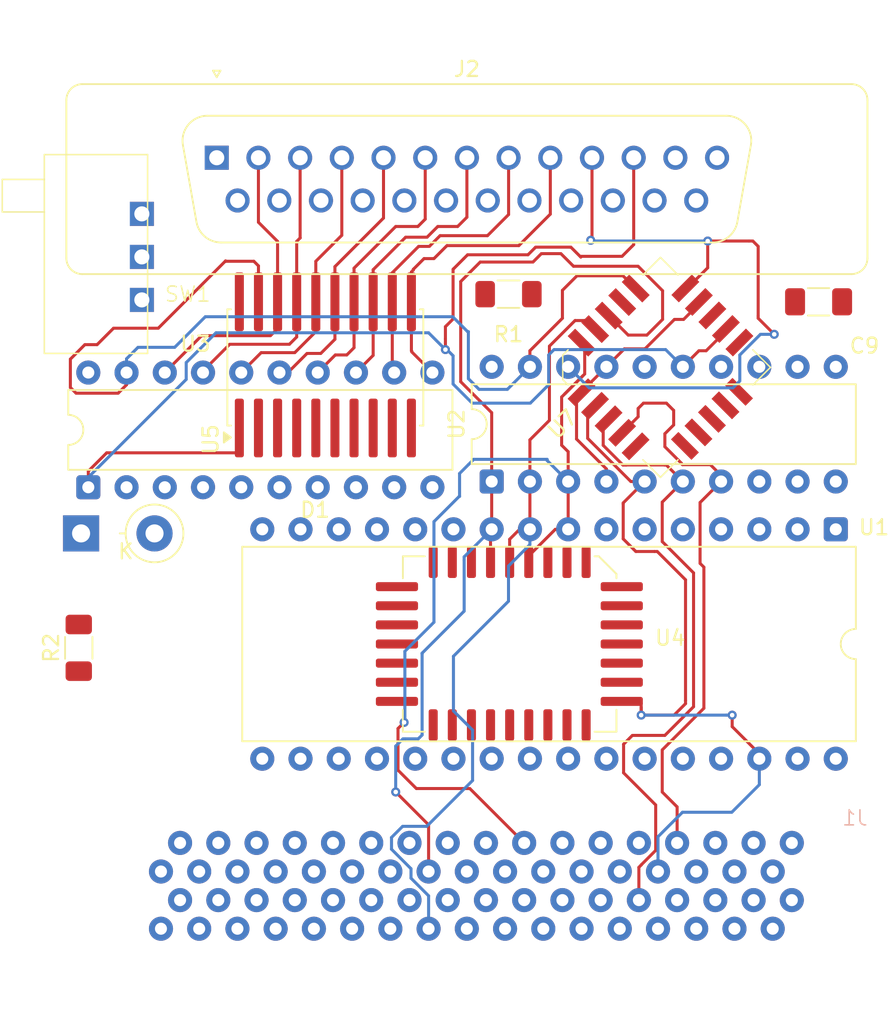
<source format=kicad_pcb>
(kicad_pcb
	(version 20241229)
	(generator "pcbnew")
	(generator_version "9.0")
	(general
		(thickness 1.6)
		(legacy_teardrops no)
	)
	(paper "A4")
	(layers
		(0 "F.Cu" signal)
		(2 "B.Cu" signal)
		(9 "F.Adhes" user "F.Adhesive")
		(11 "B.Adhes" user "B.Adhesive")
		(13 "F.Paste" user)
		(15 "B.Paste" user)
		(5 "F.SilkS" user "F.Silkscreen")
		(7 "B.SilkS" user "B.Silkscreen")
		(1 "F.Mask" user)
		(3 "B.Mask" user)
		(17 "Dwgs.User" user "User.Drawings")
		(19 "Cmts.User" user "User.Comments")
		(21 "Eco1.User" user "User.Eco1")
		(23 "Eco2.User" user "User.Eco2")
		(25 "Edge.Cuts" user)
		(27 "Margin" user)
		(31 "F.CrtYd" user "F.Courtyard")
		(29 "B.CrtYd" user "B.Courtyard")
		(35 "F.Fab" user)
		(33 "B.Fab" user)
		(39 "User.1" user)
		(41 "User.2" user)
		(43 "User.3" user)
		(45 "User.4" user)
	)
	(setup
		(pad_to_mask_clearance 0)
		(allow_soldermask_bridges_in_footprints no)
		(tenting front back)
		(pcbplotparams
			(layerselection 0x00000000_00000000_55555555_5755f5ff)
			(plot_on_all_layers_selection 0x00000000_00000000_00000000_00000000)
			(disableapertmacros no)
			(usegerberextensions no)
			(usegerberattributes yes)
			(usegerberadvancedattributes yes)
			(creategerberjobfile yes)
			(dashed_line_dash_ratio 12.000000)
			(dashed_line_gap_ratio 3.000000)
			(svgprecision 4)
			(plotframeref no)
			(mode 1)
			(useauxorigin no)
			(hpglpennumber 1)
			(hpglpenspeed 20)
			(hpglpendiameter 15.000000)
			(pdf_front_fp_property_popups yes)
			(pdf_back_fp_property_popups yes)
			(pdf_metadata yes)
			(pdf_single_document no)
			(dxfpolygonmode yes)
			(dxfimperialunits yes)
			(dxfusepcbnewfont yes)
			(psnegative no)
			(psa4output no)
			(plot_black_and_white yes)
			(sketchpadsonfab no)
			(plotpadnumbers no)
			(hidednponfab no)
			(sketchdnponfab yes)
			(crossoutdnponfab yes)
			(subtractmaskfromsilk no)
			(outputformat 1)
			(mirror no)
			(drillshape 1)
			(scaleselection 1)
			(outputdirectory "")
		)
	)
	(net 0 "")
	(net 1 "unconnected-(C9-Pad1)")
	(net 2 "unconnected-(C9-Pad2)")
	(net 3 "unconnected-(D1-K-Pad1)")
	(net 4 "unconnected-(D1-A-Pad2)")
	(net 5 "unconnected-(J1-+7.5V-Pad52)")
	(net 6 "unconnected-(J1-DREQ5-Pad3)")
	(net 7 "unconnected-(J1-A14-Pad25)")
	(net 8 "unconnected-(J1-D6-Pad9)")
	(net 9 "unconnected-(J1-D11-Pad45)")
	(net 10 "unconnected-(J1-A5-Pad54)")
	(net 11 "unconnected-(J1-D0-Pad6)")
	(net 12 "unconnected-(J1-A15-Pad59)")
	(net 13 "unconnected-(J1-A16-Pad26)")
	(net 14 "unconnected-(J1-D7-Pad43)")
	(net 15 "unconnected-(J1-BCLK-Pad33)")
	(net 16 "unconnected-(J1-LRCLK-Pad66)")
	(net 17 "unconnected-(J1-GND-Pad68)")
	(net 18 "unconnected-(J1-GND-Pad34)")
	(net 19 "unconnected-(J1-D15-Pad47)")
	(net 20 "unconnected-(J1-A9-Pad56)")
	(net 21 "unconnected-(J1-+7.5V-Pad18)")
	(net 22 "unconnected-(J1-GND-Pad1)")
	(net 23 "unconnected-(J1-D8-Pad10)")
	(net 24 "unconnected-(J1-NC-Pad31)")
	(net 25 "unconnected-(J1-NC-Pad65)")
	(net 26 "unconnected-(J1-A13-Pad58)")
	(net 27 "unconnected-(J1-~{DACK5}-Pad36)")
	(net 28 "unconnected-(J1-D4-Pad8)")
	(net 29 "unconnected-(J1-GND-Pad19)")
	(net 30 "unconnected-(J1-SYSCK-Pad32)")
	(net 31 "unconnected-(J1-GND-Pad50)")
	(net 32 "unconnected-(J1-A12-Pad24)")
	(net 33 "unconnected-(J1-D9-Pad44)")
	(net 34 "unconnected-(J1-D14-Pad13)")
	(net 35 "unconnected-(J1-~{IRQ10}-Pad37)")
	(net 36 "unconnected-(J1-~{CS0}-Pad4)")
	(net 37 "unconnected-(J1-+3.5V-Pad51)")
	(net 38 "unconnected-(J1-D12-Pad12)")
	(net 39 "unconnected-(J1-~{RESET}-Pad2)")
	(net 40 "unconnected-(J1-GND-Pad53)")
	(net 41 "unconnected-(J1-SDIN-Pad67)")
	(net 42 "unconnected-(J1-A21-Pad62)")
	(net 43 "unconnected-(J1-D2-Pad7)")
	(net 44 "unconnected-(J1-GND-Pad5)")
	(net 45 "unconnected-(J1-GND-Pad35)")
	(net 46 "unconnected-(J1-D5-Pad42)")
	(net 47 "unconnected-(J1-A19-Pad61)")
	(net 48 "unconnected-(J1-A22-Pad29)")
	(net 49 "unconnected-(J1-A1-Pad48)")
	(net 50 "unconnected-(J1-GND-Pad16)")
	(net 51 "unconnected-(J1-A8-Pad22)")
	(net 52 "unconnected-(J1-D3-Pad41)")
	(net 53 "unconnected-(J1-~{SWR0}-Pad64)")
	(net 54 "unconnected-(J1-D13-Pad46)")
	(net 55 "unconnected-(J1-+3.5V-Pad17)")
	(net 56 "unconnected-(J1-A10-Pad23)")
	(net 57 "unconnected-(J1-A0-Pad14)")
	(net 58 "unconnected-(J1-D1-Pad40)")
	(net 59 "unconnected-(J1-~{SWR1}-Pad38)")
	(net 60 "unconnected-(J1-A11-Pad57)")
	(net 61 "unconnected-(J1-GND-Pad39)")
	(net 62 "unconnected-(J1-A23-Pad63)")
	(net 63 "unconnected-(J1-D10-Pad11)")
	(net 64 "unconnected-(J1-~{SRD}-Pad30)")
	(net 65 "unconnected-(J1-A6-Pad21)")
	(net 66 "unconnected-(R1-Pad2)")
	(net 67 "unconnected-(R1-Pad1)")
	(net 68 "unconnected-(R2-Pad1)")
	(net 69 "unconnected-(R2-Pad2)")
	(net 70 "unconnected-(U3-A6-Pad8)")
	(net 71 "unconnected-(U3-A4-Pad6)")
	(net 72 "/XCVR_B0")
	(net 73 "unconnected-(U3-A3-Pad5)")
	(net 74 "unconnected-(U3-GND-Pad10)")
	(net 75 "/XCVR_B1")
	(net 76 "unconnected-(U3-A0-Pad2)")
	(net 77 "unconnected-(U3-A2-Pad4)")
	(net 78 "unconnected-(U3-A5-Pad7)")
	(net 79 "/XCVR_B2")
	(net 80 "/XCVR_B3")
	(net 81 "/XCVR_B4")
	(net 82 "/EXT_STROBE")
	(net 83 "unconnected-(U3-A1-Pad3)")
	(net 84 "unconnected-(U3-VCC-Pad20)")
	(net 85 "/XCVR_B6")
	(net 86 "unconnected-(U3-A7-Pad9)")
	(net 87 "unconnected-(U5-A1-Pad3)")
	(net 88 "/XCVR_B5")
	(net 89 "unconnected-(U5-A6-Pad8)")
	(net 90 "unconnected-(U5-A3-Pad5)")
	(net 91 "/XCVR_B7")
	(net 92 "/EXT_ACK")
	(net 93 "/~{XCVR_EN}")
	(net 94 "unconnected-(U5-A5-Pad7)")
	(net 95 "unconnected-(U5-VCC-Pad20)")
	(net 96 "unconnected-(U5-A0-Pad2)")
	(net 97 "/A2")
	(net 98 "unconnected-(U5-A4-Pad6)")
	(net 99 "unconnected-(U5-A2-Pad4)")
	(net 100 "unconnected-(U5-A7-Pad9)")
	(net 101 "unconnected-(U5-GND-Pad10)")
	(net 102 "unconnected-(J2-P23-Pad23)")
	(net 103 "unconnected-(J2-P18-Pad18)")
	(net 104 "unconnected-(J2-Pad13)")
	(net 105 "unconnected-(J2-P16-Pad16)")
	(net 106 "unconnected-(J2-P17-Pad17)")
	(net 107 "unconnected-(J2-P25-Pad25)")
	(net 108 "unconnected-(J2-P22-Pad22)")
	(net 109 "unconnected-(J2-P24-Pad24)")
	(net 110 "unconnected-(J2-P15-Pad15)")
	(net 111 "unconnected-(J2-P20-Pad20)")
	(net 112 "unconnected-(J2-Pad12)")
	(net 113 "unconnected-(J2-P21-Pad21)")
	(net 114 "unconnected-(J2-Pad1)")
	(net 115 "unconnected-(J2-P19-Pad19)")
	(net 116 "unconnected-(J2-P14-Pad14)")
	(net 117 "unconnected-(U2-GND-Pad10)")
	(net 118 "/A3")
	(net 119 "/A4")
	(net 120 "/UNK1")
	(net 121 "unconnected-(U2-IO6-Pad14)")
	(net 122 "/A18")
	(net 123 "unconnected-(U2-I9-Pad9)")
	(net 124 "unconnected-(U2-I8-Pad8)")
	(net 125 "unconnected-(U2-IO7-Pad13)")
	(net 126 "unconnected-(U2-VCC-Pad20)")
	(net 127 "unconnected-(U2-IO4-Pad16)")
	(net 128 "unconnected-(U2-I10{slash}~{OE}-Pad11)")
	(net 129 "/A17")
	(net 130 "unconnected-(U2-IO8-Pad12)")
	(net 131 "unconnected-(J1-A7-Pad55)")
	(net 132 "/A20")
	(net 133 "unconnected-(U7-IO4-Pad16)")
	(net 134 "unconnected-(U7-I9-Pad9)")
	(net 135 "unconnected-(U7-VCC-Pad20)")
	(net 136 "unconnected-(U7-I10{slash}~{OE}-Pad11)")
	(net 137 "unconnected-(U7-IO8-Pad12)")
	(net 138 "unconnected-(U7-IO7-Pad13)")
	(net 139 "unconnected-(U7-I8-Pad8)")
	(net 140 "unconnected-(U7-IO6-Pad14)")
	(net 141 "unconnected-(U7-GND-Pad10)")
	(net 142 "unconnected-(SW1-B-Pad2)")
	(net 143 "unconnected-(SW1-C-Pad3)")
	(net 144 "unconnected-(SW1-A-Pad1)")
	(net 145 "unconnected-(U1-VCC-Pad32)")
	(net 146 "unconnected-(U1-A1-Pad11)")
	(net 147 "unconnected-(U1-~{CE}-Pad22)")
	(net 148 "unconnected-(U1-NC-Pad1)")
	(net 149 "unconnected-(U1-D1-Pad14)")
	(net 150 "unconnected-(U1-D0-Pad13)")
	(net 151 "unconnected-(U1-D6-Pad20)")
	(net 152 "unconnected-(U1-A12-Pad4)")
	(net 153 "unconnected-(U1-~{W}-Pad31)")
	(net 154 "unconnected-(U1-A5-Pad7)")
	(net 155 "unconnected-(U1-A15-Pad3)")
	(net 156 "unconnected-(U1-D7-Pad21)")
	(net 157 "unconnected-(U1-A14-Pad29)")
	(net 158 "unconnected-(U1-A9-Pad26)")
	(net 159 "unconnected-(U1-D4-Pad18)")
	(net 160 "unconnected-(U1-D2-Pad15)")
	(net 161 "unconnected-(U1-A16-Pad2)")
	(net 162 "unconnected-(U1-A6-Pad6)")
	(net 163 "unconnected-(U1-A13-Pad28)")
	(net 164 "unconnected-(U1-GND-Pad16)")
	(net 165 "unconnected-(U1-A10-Pad23)")
	(net 166 "unconnected-(U1-A8-Pad27)")
	(net 167 "unconnected-(U1-A11-Pad25)")
	(net 168 "unconnected-(U1-A0-Pad12)")
	(net 169 "unconnected-(U1-~{OE}-Pad24)")
	(net 170 "unconnected-(U1-D3-Pad17)")
	(net 171 "unconnected-(U1-D5-Pad19)")
	(net 172 "unconnected-(U1-A7-Pad5)")
	(net 173 "unconnected-(U4-A0-Pad12)")
	(net 174 "unconnected-(U4-A9-Pad26)")
	(net 175 "unconnected-(U4-NC-Pad1)")
	(net 176 "unconnected-(U4-A14-Pad29)")
	(net 177 "unconnected-(U4-A8-Pad27)")
	(net 178 "unconnected-(U4-A5-Pad7)")
	(net 179 "unconnected-(U4-GND-Pad16)")
	(net 180 "unconnected-(U4-A7-Pad5)")
	(net 181 "unconnected-(U4-VCC-Pad32)")
	(net 182 "unconnected-(U4-A16-Pad2)")
	(net 183 "unconnected-(U4-A12-Pad4)")
	(net 184 "unconnected-(U4-A1-Pad11)")
	(net 185 "unconnected-(U4-A15-Pad3)")
	(net 186 "unconnected-(U4-D3-Pad17)")
	(net 187 "unconnected-(U4-D7-Pad21)")
	(net 188 "unconnected-(U4-~{CE}-Pad22)")
	(net 189 "unconnected-(U4-D0-Pad13)")
	(net 190 "unconnected-(U4-D1-Pad14)")
	(net 191 "unconnected-(U4-A13-Pad28)")
	(net 192 "unconnected-(U4-~{OE}-Pad24)")
	(net 193 "unconnected-(U4-D6-Pad20)")
	(net 194 "unconnected-(U4-A11-Pad25)")
	(net 195 "unconnected-(U4-D4-Pad18)")
	(net 196 "unconnected-(U4-D2-Pad15)")
	(net 197 "unconnected-(U4-~{W}-Pad31)")
	(net 198 "unconnected-(U4-A10-Pad23)")
	(net 199 "unconnected-(U4-A6-Pad6)")
	(net 200 "unconnected-(U4-D5-Pad19)")
	(footprint "PR_Footprints:PLCC-32" (layer "F.Cu") (at 121.035093 99.1616 -90))
	(footprint "PR_Footprints:PLCC-20" (layer "F.Cu") (at 130.556 81.026 45))
	(footprint "Connector_Dsub:DSUB-25_Pins_Vertical_P2.77x2.84mm" (layer "F.Cu") (at 100.987 67.01))
	(footprint "Package_DIP:DIP-20_W7.62mm" (layer "F.Cu") (at 92.456 88.9 90))
	(footprint "PR_Footprints:SOP-20" (layer "F.Cu") (at 108.204 80.941 90))
	(footprint "Resistor_SMD:R_1206_3216Metric_Pad1.30x1.75mm_HandSolder" (layer "F.Cu") (at 91.821 99.568 90))
	(footprint "Capacitor_SMD:C_1206_3216Metric_Pad1.33x1.80mm_HandSolder" (layer "F.Cu") (at 140.97 76.581))
	(footprint "Resistor_SMD:R_1206_3216Metric_Pad1.30x1.75mm_HandSolder" (layer "F.Cu") (at 120.37 76.073))
	(footprint "Package_DIP:DIP-20_W7.62mm" (layer "F.Cu") (at 119.253 88.519 90))
	(footprint "PR_Footprints:SPDT_Switch" (layer "F.Cu") (at 93.1418 73.9648))
	(footprint "PR_Footprints:D_Vertical_KathodeUp" (layer "F.Cu") (at 94.488 91.948))
	(footprint "Package_DIP:DIP-32_W15.24mm" (layer "F.Cu") (at 142.113 91.694 -90))
	(footprint "PR_Footprints:PIO_Connector" (layer "B.Cu") (at 118.872 114.803 180))
	(image
		(at 117.729 90.551)
		(layer "F.Cu")
		(data "iVBORw0KGgoAAAANSUhEUgAABjkAAAeGCAYAAABKltboAAAAAXNSR0IB2cksfwAAAARnQU1BAACx"
			"jwv8YQUAAAAgY0hSTQAAeiYAAICEAAD6AAAAgOgAAHUwAADqYAAAOpgAABdwnLpRPAAAAAlwSFlz"
			"AABuugAAbroB1t6xFwAAAAd0SU1FB+kGAg0kDsZegjMAACAASURBVHjaZL3bjixJjiQoJFXNPeJk"
			"ZqF6//939mWA+YXFYoDFvmxXVV5OuJsqyX0gqaqRU43TeYvwi5kaLyJCIf2P//l/+tCJ/+9f/8L/"
			"9b/+F/7v//f/we+vF9AbTBi3G95mGO5Qd0x3qAOG+DMIeJPjJmDAMQAYHAbAAbjHX7/9gwHsACP+"
			"CjOoGswMbvGbAkAcEHOQGlgVMAPUwGYQAEwEmMPdYO4AAU6AEaCmIBiE4ucIgLtDzYD83S4NvTcw"
			"M9QMY0zMOTA9PouZAU5gIjAxmBoIDHICDCCP12EmgAHP/zMY1AzTFLcrJhxgAgtBmOOzw8HugDnM"
			"DOQAEYGI4jXM4e4gIjAzmOMz5NUEIa4fGUDm+bvxGdQcSgCYoAQMVUw3OIBGhM6MBoaA8h4QGAx3"
			"wnBgqEOd1udhIpDH6xMBBIKbw9xgbnEQCAAAd4v7QR43kB0EB6GuI8Dm8X0BgAjujmlxzYwcSo7h"
			"jtsNwwxkQDdGJ4YQIy6bw4lATDACpiumxQdpzOjMYGfADa4KN8ejNfx4fuLz8UTjBjXF+77xNQZe"
			"c+ClE8MNCoeB4ET59573Oq+5x1ka7pgGkAs6M4QZ9T/O6waPC8OMuPcU/6zumDM+syHuDQNoefYp"
			"/xiAMSd+zomXTgiAH9Lw2S9cTQAAUxWqBnYHE8Ed0Olwjc8tILAISBgsAmYGOJ7TaY6hFueDaJ0j"
			"c8cNh8LBcHQATJ6fkdCJ8/kz+DTAHQ5ACZjwOPNCYGGAGRMRNwSEiwjNKY9MnHN1wzDHMMtzBSji"
			"8jEzhAkOYJphmALuuMB4Uj1Pcd6NCTccbzfM/H2KYwZhwYcInhRnKf5QninHMMedzwrcIcRoRBCP"
			"M+pm8LzORASnDGt5zw3ABHCr4VaHOYFJwMQgZogwmjBIGAbgtohb7IRGAOV71AvG53Y4GYiPWLae"
			"9bhP0xRqcf2d4mxa/iEAjTn+EIOIYM5wEEAMNceXGV424UzoIugc55kR8do9PhvM4jocX5rybMMd"
			"pnHvxB2dCBdHvKv45UTxuRAPv8ExEfnlZYa3G9TjzF7E+CBGB8U9yvjt7nmtIz7c7jAigAkDwNC4"
			"pgLgCcaTJc4pjvhKwDTPeOFgZpDI9xjq8Vf2iLFTHWZxLeP14vxyxmt1h5uv+2Nu+JpxlurnJP/b"
			"sPgOwowmAuI8R0RQALcqbE4IES5miCNe2zzOY551agzqAmVguOF2jc8BgOC4iHE1QWMC3DFM8aWK"
			"aRMAIg8IQ4wABXw4mgsaS8RXR8QrIphZ5JE8640ID4l4DCJonrehirfF9xZiPJrgYsnXiOukiBws"
			"GUPqurjH8/fWGXGRAAhDWrxXkzhHgsiJAoK6Ymb8mpUXMt8IZ6w1g6oCDjyZcTGDLM42MyAk6NIg"
			"zHEfzEAkuFqDkOz8pAbPPOyo+xx5cKpGzUEO4chz4Lgm9aREDmSQM8wAyzxiUKgbFJq1Q/zOswk+"
			"e0djWaWTMKP3uEeesf+eE+85cc+JqQomoFE8811kfS8zg1Nc97o25oC5RT63yLe3WcRLIjTieO7N"
			"IeaQjP2NGMICZ8Zk4IbjzvhvoKjvrHJ91idCcCZMMrxNMUwj7+UZqNy4rmnWm40YT2mRAzIGxOV1"
			"0KrP4tlFnkMHZeqNAFb1BxFnXCU0EUjGRDeDV23FkUOnGd46IyfAAaK8txG/R541kczrDrAZOhwd"
			"cVYpc4fqhOZ1ZGJcEs9FYwZlbaxqUNOoPT1quKhno8bxqm2aRG3gjsaMH48nntcFAFHPvN+Yc+ZX"
			"z7odDhMChGGZ3xkUsQERX9wM7HE+ql6mdXLjTFd9OjN2Vyxn5qi/HXj0C//85Vf89vkLCIQ/f/7E"
			"v//4A1/3DfWofdQiXgKZ+z2u/8Wc592hpnHNsuZiB7oIHtLQmHdO9mgmlAhvcvwFx7sKMVNADQ8H"
			"fpDgonr28wzlh7a8TtW3GAPOADHwuDp++3jix+cP9N4xxsQfP7/w8/2OGMkCImBqxMh45imfLYep"
			"goDoafI9nfb9BREMwNsUbzMwCM+sYYUIDYBksWGI+ngyYRAwQSveI3OQu+czSvFeHr1Gw461cETM"
			"8eg9JPsYqs9c18Kr3+C8/75qdvO8jhz1DYhgxLDMCZ73rGUcgBlMo7ZiRG1AHOdLRMDCUFO85sCX"
			"zqj/OHsEirqhsaAJR+2QMWLl13xNEEEtagPA8QChgUCWNQSyjlkVTD7rc2ZNEHn+YsEllHkq6nth"
			"jjOT8XRmnzfdMM1BTHHdhUGU+SQz0nTH8MhVyPzkiNytFrXGxYQnMR7Ecb+yzkDeD0XGZxH03iDC"
			"0HwmAYZa1EDkwCWR1yify1snXlPj2ppFDGSOfi57MaY4o5Q571bN+CtoQjA4GAZhQSNa/Z16nX3N"
			"HjHPDhEYAjOKZ14VAqBR1ZiAmWPOGXmPgCYCEPI6AdwaukSfbnUaKeo6c4/c6xY9c3Ruca6ytgeA"
			"YROj3rvFe8cFJbDHg1j3SRrDmaEwaPU0FPF+UvTUIoyHCEQ46skZr6+u0b9oJfj8a15reNYX7niy"
			"4Jn1ZNXVljX8zPsMZvzSGz57BxFjaOSkoQogzmWd1WfvuOQCMWHMiTEVNBWiDtHATrzyGxGUKa4b"
			"HJr3wd0hlDke0a+1zJ2w6usJ1KIGc9CKcVo9fHQX8IwzkZfr2cuTmr18YBoE1Thr6kDLvgEAxlS8"
			"VQEgaslWdcBqtRfqEr2kLSwh7n/2SPXdMy45fPXY9U9E8ey2rJmqZ3Hf/YDCd59ctYXn7xFFbslc"
			"6nnfSSI+en4Ws7Mu3L0aI/Lo7vEyPsyIibcZLmE8H1c8I/lZqq7B0U9XfPasLVYUzxxu2cs+ueHX"
			"5weuq2PMiT9+/sQfP79wu8Z3R+WJ6JN69ZIi6CKr/xHK3jGbGcv8PaZizAl3W9+N8/4KS2JGvmue"
			"vJPRL0fvjKwLGYXl0c51wDc8rGL06kXmwPT9c8j3X5hgnYOjB1ELnLD654WBZT6NK08r/1WPW6+B"
			"6pvz9evsW35P9cQH87q6A00Yj97QpO3PlfGL8rPScS4qh8dh1gVEUL7PrPxduTixnoVNZc0HAy5u"
			"uFpDbxHPiAPDDCQsz2viMoVHStZoUwfGmNC8FnycWwOy3ouaD3lPWxdIa+DWVm95j4GvEa91Afhg"
			"waM1dIo8Q6BoxNng5AB51PIHVmt57tn3M1F9wa5jEL9HUdxRxh8zWr9PGZ+YAytzj884Z+REs3gW"
			"OJ9rE4eKYVbs98As+axLiECJP7/GxDQFZYwxD7xaAPxoD/zj+YHP6wHyXc8P01WbggP3JGYo7Xqa"
			"AEhr8dyAAFWYKlw1cIzshQFDa4KPjw88HheYGWMO/Hy9cM+Z2HnGIhGwCMAMS5xEQJHfpgKa97zi"
			"pTA0Lilaa+i9o0mDOABVuJ5YYTwLXrGldzweF67rQpMWz+KcEc/UgNWfEBrH5xCPeuXBjEfruFrg"
			"VmTBFzAcjehs1o8mbz1DvoC8dUyqeVz/SAtI5CPoIJN2AYAZ0c7sBBTA7xs83u8U70ULEc94V0Be"
			"ERxWJEcg0WoOc0XWxyuoaxEXIPTWQBINB2XhoZmod/NDKwg5OYw0Ciin7yA9sgHJz6KuUfjCYZTg"
			"8beUSvuaZnAoEIPO65fB3d3gxgF20v73WOEQ6zUCPMQRUAPcGmYB0lOLa8W+gDVPYG9fes/GL4B9"
			"T5CEnBZRVUHDEQ0mLQ7LVtHh1UwyVuFrCS7V9aMCLhNwXNnIHWSOngWWMEOc8uf3z5hFYtQkuvKT"
			"wjIkrNfPhth0wqbCexRYj+uKB3kQxkvx8z1xu8VDK7wSHNZntVWkmEUiYTjcJZJsJiUQYKaw+p7g"
			"BTZTglNGDvMIePngrQJKMpkE2EGb4OMA5h8ieLQOEDBAuG1E4bIeMU/CCRnMoxBh2ok3gMZoJM0Q"
			"oBMVcPu9fNRCuxHkA5FvAKyaxji0q5G2BcTbcawsGvM8A1Xk6Yo/vgABSjDb3aBGGcyT7Mw4xeTr"
			"mVnxxbFep54joizQ8n56FhoAQfMn9SiZPMmDeLQ3EFXtpPkmIoMvoEjiABoBSv491i3wPJv9fI2K"
			"r5b/zyzu2SIxySP+wWGMTX/lmZ4FBjn+FqexriMfZxdZGIAS/M3ngmFRFCBIFstER0Vw+I4pfjQM"
			"vBB6JOS1T47WFyPfBRnhG7ll6ztHc1qFQfvbz+kq1n2RnPG9HSQMqeKQCVOj0BHez9GOcZ6A7nne"
			"PIqlvwM82eSxV59KcT8y7hZZWYGT8tkRBtwJaIzhAW7QuqeOxlH4uVsQfx4EGIMCLEEQN+aOW2ck"
			"cq+chGxsAthy03XFxf0bCBwf3HZTZ4buFs9nntNA2+Mv7vFcwJLI9iC7dyTA+q44ABxKkM2L9HYL"
			"MJzjPnKR48E5wzXPPOlKDAt8hkdMOsqMlmAZmy9xg1hcb/EoEiUL6QIw48xlHDMPMUDmgyAp68eO"
			"a1nPqwPC+T7C2aAkoBsvGMWxB4hB5hDs53SBAYbv/8tG1AtUrpxPQMtnrb4LE+HyEDCsXJqxi+2I"
			"b2rf/ggK+M9c6BbXPKsw8oiqZBwxi7DAU+RzIHHIFvFKB3EvFQ8qvrnl/fR1L3dM+J7PYVUzGsji"
			"uq3vwZU3CZIgKOXvOIJcY5c8u5kPHTtmZI4lEIR8EUgnwZRJOWN2nl/2BfIvIrSaUp1wVZB7PCuI"
			"c+SUQM5xbXYNVmcbIOcVv6oBjc9kcCM4cQpcKg7qati8alAKoFuLUAHWdUP+7OQBLXAkwZIFtOQz"
			"GucXILQQ5eTrmeX59/19vOoRfK/tK38j8xKfYHHWnm6OYQPv9saLG5gY9/sOEDMJgBWD8++r2a/6"
			"hDMnzSIi89mQFFhIElx21nYa8Y4J6KsGtvz9IAqQ+SsPR5DFGedO5n4d3dJk6YzPPwcaM4SCgGTv"
			"WYoQpmkKFg6BEiIekddZXxqvIFAO0p3gEAN6XUwrsp5W07PqohTPVG1kR56uHk7c0FiyNvV1Lk6R"
			"DnuJyjKXZ/fGdRYyDwbAZOdTtF7TMuZyAsucHYDlReSVu3bnYxU33OBKAEUeY4161y0ac0uRQeVv"
			"qjzqmSMKzKvDF2qLuFwpmHMPADeIu4xf2X/pEmptIY8kIMTuEDcg+y6n7F1IVz9X14DMv+VnQgjz"
			"gvDmBRSyO7ob+uq5N4DoeR67R/wjsk3gHoS6O+K/W4j9iON5qHhH7uhJ6pIZzMfOP2ZgUzTbdUKR"
			"iKjnr0QhHuf2AtABNHeQ5lkmgBG5m/O8MQwtewU5yj3N2s6d0Ty+S5xBg82dIGWliSBCkD+HyvXI"
			"uj9BqQIDCADrzl0lwoOFKAsU4BCpoVkIELp5XkOsHmARV9ixsAj3algJFaMyv5JnRRcADpmGIDNF"
			"UgvodkdjQrfdswKIz4OIWcjziDzPTI6GfI2psCQCxYFuUd8S7fpe3LNOjNhK5pCMdWT+jdh1Q+AS"
			"joXzJHaWcWALrsyDPEbWO0a+s4Lk7x81fOE3RUwTRY21ascEQjm/o5ttUFkT3zDegDRFnbqIFDic"
			"o3cnqvht30iOqGlt1RMV98xsnRlaYC8lhrOFhb4A003cL3D5yPW0wFckaGwpFvAqqIG8TzjwHqte"
			"7OhZaeXPjOfZs3qKDJ8cBL1ICFT5gGoYG7B393Uf6i3oBNwqh2fcchimTtBACIEszqr7gTGx7H6I"
			"g5yqHqLOFLKuMdr4kJsCptFvHs+Uq2dswAKg/ai/qfA0cxDbJgmC1ts14ErSB5ZV+bUwJds9Up0H"
			"eJBX1ddYvmcB4rwwpiRXDqxqXZISVh7ngizIAT/7/rP8zz7GV+wKItEpBJVcQHDllqWqpSUa2Kzh"
			"jperhq7rnsSqV52R+Y4PTABHa16EUQjBDCRV49pRF1WMxXG/87oxgyqPHGeCEYytH30p3KAz+g3J"
			"WGCJLbXEdJojxESrr6zawfaHTvHnvuE4MFnf2Kjj2/uXkLF6NUqyxE9sM9CWhCSjw412I2I1Jd4Z"
			"vUCRbbZ6onVN88ySb7G4m6dwMJ5aBsMoSZOsHeaceOd3GXNiWtTOXiKt/M6GqEvq2WLiBfpXr0FH"
			"IRt525c4aI47fo8Z6priE9+4dNZrvOK5gSzuLGeNsVJx5gp3gwmBm6x6cT8rHPct66G6Z6uvPQm8"
			"RUhFT2P0HeMrHL+w+iLvWULUySZA1lyNmDFvwz0HxhwBcooky5/MVRXn38DP/ff1RdkpmuyjmOd8"
			"mNgLOI+DyjnNUQeCsyglrwNTPXR+oQLB8iRvhUwom2z9e4e6QlUhZ3JJEsMdEGnJ+sZFMjXomBjj"
			"htlmnItMQSWOJD6oCjUmeKmiM8BNU0ydGKaYWRzXk+HOMI8yz1dhat87Kl+0xWocSxVh9F2NuEgR"
			"QzYNe9pmuoXiy0MdP91CedMARguQjVBSslRdUJUKoSk121Mce1QD3zVQGeqquEwQY92dlKc0Psgg"
			"281KKW2r2fAMeo5dlAkogZcNTmoB4wkozwRsmTglpJxFeDb8arjnBNRAGt/j6n0pqacJyBz3/cbX"
			"HEATtOtKVhQL0NSZ58j0IAUZJg1ELZuEAC9uVQy1LIz7AsjMgKkT7/uNn/MOYo1jwgYkySBHBRlF"
			"YJBmrhPqocBxUxD6IujGGHjPmQVZFLIxHRWN1gddCE6CsznOAMKBPKpOvOaIhjAV2gpPFUROZhyA"
			"3pVqXjrUg5QKNpGIAqqOMW1NhAQ2ZrtZLUXGAQ450TEVtOOLowBYXe81peHNjF73B9hnP1XLFCMc"
			"oNbyXAmULJQ9UxP8LCUqx2sg1GE1tdEQiuYiScijIRk5VeLYzH4AHqEKHBpNGYsE4HWAGnYUvWfh"
			"UJMcFfRbJVU76Yv6vqEu14pNWfhXQuWaBNKtyq2GOUidVBG6g4RA1GBgTHdANSaDCnM5FN9Y4CMd"
			"UxA5Gealzo2pvkYE0R1Pq6GI2BTK1beGgt3Wf2e8KcinZkjQ81ApAZimeM8ZqonWIHgAzHHmVQFi"
			"TAgGAMlC1opQs1C1qCcRapuF9VQ+JPK6EqlbEK2e6o6lVvI9SUg5JXcdCiddSpMEvYpUXmlTsgnI"
			"+5FkPJJMCmW3Q0GYzGgkEEJOXxBcsKb2ivAq5bAJAxwKzCjqYlJsxW21dS3mNNgEpgtGKqwKrOOs"
			"6kaCQgBC1eEtG86YjHlrTBNEARJTJj3gxYjrNS2gc00rxJRbKuTz2ZlJXgXgHSWSm8FSwcLEcD7U"
			"TKownVCN361Zlkl54rNXEBSxZCtXRYzhb00rVQOSamjLKVVzg6ofSirfkyOU58xiUmadrVWwEYQF"
			"wgImyTxoR8/iaPV8YRek5jNVY1nUiYDVQniQKtY5J2zOrJEOEPQgVP1QghkRlCwmHY/aaOYEjaZa"
			"xm0DAAWWmEejCYsGylMBO90wcuoAHHk38AZfqiZKdbzRntqNWoPWFFOBD1XcUk6XGM2lUopJ0npO"
			"AvCk1nC1yOd1XW4NZRWnOjNINl9qJhhHTZtFc5bvIZTxaP6nanwuLuV1kOHznBZSS5LesO52ndFF"
			"flTsrNo41XaUv7/IjaMhEUnSKs9uNhOrPU/SYJiD1dZ3Z1VAFUNngrxxf4wIIgaWFE+YrekQOaad"
			"ixygpeGnbMppIUG7YbIlmonBCYX6wF/uoKlgIny9b7xeL4wE1Et5VnXeSKALNamTk9Wa6m5O8BnM"
			"S2Dkh5L+BARKSV9K8FJUu5UgAHCNOqYzw7OW1kNlXBPhzjnF54qbAJVQH/bW8Xh+YLaOMRX3mPjK"
			"SSodIz/TVp3SElD5JikIMVnLDOYUPGj2OSmcilMazysVhccEbozOlATKJnuWYACOzpJTarTq6AUy"
			"HWDICdw4b9KnaroTyKgpCRyNMllOa3NMdCCJjjqjMb3Ca2odKVKhxcHXdN9+Lm4zDNcAfyRVoytX"
			"KDgnZ0r9vkhYtlAdFnmvcwsWOIIPJeFRjfnQbO4J6IcCFwgSCPmMaE4WL8Vwvoadz+sRu2qKjHgx"
			"ZYv4kiR0i9yL6+Gp+KxJkRLC0VKeRn6JXmmRs5oETPZxUhB0Tf2siV5awJ/Ua3iJiCrPEyAtSZwA"
			"oUL9basuL1GRazwjSn7QvEl2Va9Wcc2Bhsh7beXdkPh69o68meLM3jHl40TAcDgF+BdEFsFWINri"
			"I16q7C2QKaGbJBHHBjDZUvRv8nH3sJ4gaNTnuvrMmHzJmtcJZEVgHUSipjI166eKXw83XBTndWhN"
			"98aY8KoRzA7Vva/eZ7JiTgX3HrlMbTthcBIZBfi1AO1ENciROWHDtqgwOtBQzNMGUGlBpSk8s4jl"
			"ZA6jEERE7RAEPYxAWuBr5r+/KetP9TxSqLdlnpz1bSjua9KC8z3gSWJYqHLdLFxClDK2Rew83SPy"
			"ky+ywQigJO04a/BvPVSJaw7AG0v4SUtMhxRKUU4rmhWxWreIvgkp/SCVosyOc7vEp8c1og36rOfx"
			"nDov5KWlCp6EF6Be4lsmBeVkgR6q9l1rfL8n9Vk5sZe3GyZLnFed8bwccZBSuOgU/aNkD0yZa2i1"
			"E7owngW2uy2SA+qrnpyq67qvaY56tawhwVGf0SFYYUQ/L6eQ5hRSqy6cUi1cPEpA6ys27ynmmuyj"
			"KLh2vvRNBpz3g5e4mzbZkGzNKSz+/mOZ7/3MiRlj+HiPPJ+LvCcGsWXvfOSVYxqppiJxiFCKnMzi"
			"ftduvoke9xJgEMgI7gNm+XlSNVEn1cn3RApRiKbWvwu1fOQgLGHtFmxTTHOXuDZFsTZTIFvfzQzN"
			"w6FH0q2A1tTlikoHwbHz/hLGfyOXLKl3+yaoiftoiaFGlVV4yO4HCUoUUmnKfLD5NBSD63CY0urx"
			"65pQfc+c6rLjunNN5h7vuXGZqBPGeMPHyMmL6OdLwe5s6zfMkLhakGQiHFhJuYGYgRLPWBNJFSvN"
			"MO/oIXY/m+RwCc716NET51y1m50Eii+i0jhFwSlAblTiQnwTDlCJQQqvYt4Y8ood3wciaiotPpau"
			"yEOIOFHiARFBv65wPnFHm6r4+fWFP/78C1/3Ow5Pj6KyCvaJYPN9AXS0WCoH/sZc+qHIP+XF+8In"
			"YrZ/NJlvsjx02Oq2ONdZoHAWzLIvHBAM4BbqJYiiccNbBiFzR2sNrTVcvePqfSXJYXMVJpxjeKHA"
			"CQuBKvitRmtoj3dzFrOmCneDSFhWkAfAlx4zob7Nnw8BJQOp5vN1Pb5PCmyig75NeTBtC4EQrKYK"
			"eTWQBkU1sDFudKVS52oNl7RQiJWUo8Y4U9lPCHWxYzPmBt8A5xH0T7Jjj/W1ZUdj538rUkdtnQMz"
			"SwCTvim2YLoAxpYjX1QTxqVEIt9qFgKmR/nbiMMqp9hxytH2MXG/FRcRHk2ALmk9EuepMfCQJGK4"
			"1EnR3NUUyoCBXFPtmA8pqklxCAPCGSx8AK4QkqUAQqqHxrwx9A22uaw/lp0BcdbylgnY8WyMi1qe"
			"E4XagGmOc7rCTKE6l9qCCriwGh3OSQuyRQgViMdEuDjHst1CLcnxnOthW+Cp1oE7lBLAx2FjRsnA"
			"L4WwYVoARcvaIJ9JOUbJS1FmqRAn3sCTw3MULoKgM+1/77otYFLVTqpg0wzUASQINbBz2ogEaG4n"
			"GYLyteIk2aK5cQ8SAalwIxB6EzQKOx8eAzonvnIsUJxXDDIdILUs1iSUu8VHrrGmRAKB9fpV5pJT"
			"nJssrMMOQdNK51DuaCnMYsyUqcCNfKYtJlIs7XSQhI5IEA8dhpZWXq0JHDFePPUOG0Hf934BwV4A"
			"OMFY0PzCI+3ThBiegOmtipGWKlJNUtqczIynNd6Pav5ZApC3APyHFhG1x4zhoXDQ8c44ccEaA9QA"
			"D0UdnHCzQcVDfUBYSsiK47t6sp275kzFIAEix5g9wV1gsFRoH9fFdkFoLJge900TbF2WKu6roIqX"
			"b+gU5/xrDGCGkttzgqzioM8gOpwYJgljVJFJCGKxtVC3qgJJ/igDrwVOxGRFZwnbIIpzMaZi9QEK"
			"3EYYNfqeogBqMa7qS8lNYVNkM5VdEXunKXyG+h0ODGPAL7gHDVmkr1nGTwuvMxLGCBkbfEz4HAFK"
			"SQOawCUAcE6QQSksbTjjxEhboZHv7QmYRtwIG5SaDFJ1jKWepGVF2Igg1NAkxqSDRIjvX7H1fd9h"
			"n3gIJKoylkRp1BTDwvqwppNiYk7wbB29PUGSBXwC8aUq58PWsSKBHmPu7o7WBLN1XC3Io3tOvAtY"
			"zVhJy6qSvtVnYc9EiwDi/A7qjnuMIKkybnaWnF7AAkMpLasuMC7u6K2H/VEKS6JZDkCOS9gyQ7FL"
			"bsvW0yhATT0EE2Z7QjNstnLiMa3AAIClARIWTzHiPjFn2Kn89vGBR7twscSE15yY7xfUHZc0UHcw"
			"b8sUPyZlg+DRZeFUsWJY2ChZnjtjgSHOj+Xn5Bzbf6ti2IzpOo7nlI9JXHyzVaBojtIm0VRTtUjL"
			"HoprokW2XUGU02kfhz15PPHGzS80qfH6ACtC+JA1fE6nNmlhC5T2OgIKW5tV49hSX1MJlyhsz5Y9"
			"BVGKsnypXquRVw0bMh0D99cLBOA9R0wScxBIQxUv3TLTqUFGGBFYGpQ5rCbGSMI2Jqqe0sCtx7Np"
			"lnlKd5PUBN4YLhv8mlNDwKS2bFI9iY+r4mGS1WUhGGNc0dkZO+Zw0LzxJMYv14WrPyCXYBCBZlgt"
			"zNcX3q83fs7IewDhmbZaOhWv+w0dM4BsySaQGa1JXBNTvGdOL1BYEHEKEXrajHD+rvSewoKY2ODs"
			"ozQFVlMNd15Lz9poCRMO6w5axE6Ix6Q441JWh6QYjRguYU13TpLOrNsIBE8AzhOxXr1A1Xfq0BnP"
			"JVKpGVarIT4atuvSCU1CLvPOYYvDUWAvkmAuZSyA+oycUxpJco6sqS2FBFV71vSUuv1vqtsFDh7C"
			"KsvJlLa+G+33XiB4WLl4Cm6KBC8bQKGwXCMOMclb51LQjmDpYDm13pKciXuYcbasMRmY9yZdS+Xc"
			"WJadT9kH1YNW1qZhq1RwzK7tJgHOEnGEqOSk6gAAIABJREFUNnBW5I6kyKBAkprQ9+VpepLzKZzM"
			"2q1TQ4fEdynBg9omhnizp2XdXGIgy9craxFiOaY5Dkk7Nj56zNetGrMA2XHEYTffeCUd0xwU13t4"
			"gMBlodObhNCAQ4EbQiffcIb56s1hAQRz1iIoW0QNLGRmDaIo8MYznm9rMiPHFAlrlxGWVWsyM4lf"
			"Txs2EwFax9V62DSNifv1xhwzrP6yl1DTsHnNz0WcnwHb8sazbmUDLg6xTFhDO2aBjFWnrFr+u/UP"
			"pcUDH/ZORZvqigshYjjFI3yKSDIulI2xECeGIat+qfevPsIOpe+2L0rgd4m8wy5Qj2cZp6XR3yyC"
			"Qpksa7JvmMLtEGX4MQ25HCcydlDgCYrdg+CwUd7g3p6Y3hOU+VlYoi9wWgLORVoDi+CYK3/jm20V"
			"1v2ib+p/dmDUtFhZDKWlkq3Yth0tSBhwCVHKwsRsWc/zwuXwzXp0iezK1vKbZVfZzCYYnDHP/uZK"
			"UASLC0NTYLnFGDtOn1bfC4Cua0q0xQyHkFKYwRLPxPpsOfGNmhj6NkVW4O8mAMvWdteSWDZWa/oH"
			"BObDzpx8kfV1H4voZCA+TwmvTkss39Oii7zx77ZNQewfowdZP0b5kwSJEyinE2tKwdnjDx2C5nV+"
			"QrzjRbQc7go4CDba9hXRB5SVO4c1lGrYY9s5CfNtmjhccL5N2nrZVKWN91FV+zmBQEXN+RJO7Inj"
			"ilE1mcrrXACbzFgYJ74THH7ON5cFtwGWNlqcZJan80qQPrSIUzosRIP0oW/TE9GZzLTt9kVWWRlh"
			"RCIKoVpa8xExWm/oIjH9pzkRPid8zsBIKM9vvkgQW4HPceaAEsVhTWmUVX9MJ5JIYn4hCCfVbctY"
			"5JvldCMToFmPVcyzFDZkr+o1FUjbrnfOGU42a8I+cWIt4eceoqB1P3RNcUojXFdDu1L0RkD7er/x"
			"799/x3//+1/4+XrBExy9LRRsmn6NWkEDtJrU7f3mm4WusbWlCsN3iyPzbyRH/TtP9SqXNcuacNh7"
			"JC7hVJ2lP2wlAaGlIrJSTekEZ2PjGoWFMOPxuPB8PCHCywuO+QYz4fno4XHZohE8VebR/KVyOEHF"
			"Gvs3M0wFLKQDkXxlIY37QdupBeSS+z327Fgx6fH5damUYrqJlxcZHyw/ljprM+EBaMc1kdaW/RAl"
			"0FFjU6oTrr5GjmOeDkuNL7Ib35HX1Je6Z4/Qb0UuL78+EsG+3YcyTINdN1XYjD+bNImfn+nXXdZh"
			"kn64rdRTmcwtd51QevDOJEZ6k2jm1whaqLvHPeDmePYHno+Ox9Uj+Ho8GL/4B/olmK7rXnH6QpZv"
			"quqMRq3GnGll9wSPw9tfVfE5QoHbJB44kQDHVSe6CD76BeARfvDSNtvOLdS+q0h4Li9XS0SyMeNq"
			"QdT1S3BdLQIEKADPVL9pqcjXzpDwJzV3iAiuJPTMHSNV2JT+Mpv9TiGOl7f94alcU03YxZBTxI3b"
			"FQ8deCcYAw/w7GP5apdXfwLrBS5nECsLCBGJZ5K3jZRmg/Tg+A7kB2ibo3elwGm9Q3pc//JJR4FL"
			"CXDFDgDaPoQ5neWpxGrMeLSGR7uWYvZ93/j5euGv+43hGgoqKcKlRwxjpB9rKO3vtLEDamRbMrb1"
			"uD/HNIdwnGMAC/SZORnU8pzVgy1M6Q1+KAQ4yBI7lNoOQ2uM3hpEtm0eC4Mkpl3mnJijwwtEM82G"
			"NN8XsaNiGoG543k98fl44tE7GIQxJl7vF173O4BZ3u8XOUMzb9jyBI7aViB57tV07UiqXReNBZeE"
			"j+ecA/eQiMXXhXY9YEQYOjHGXAp9yiK05USWpf92efZWgVqlBOmVeIksu7h7jATyMrbjO4Czm5N9"
			"5jhBhcGpWtbTIi5I1o8e3pPvOaDzhTG+QkEkF3p/xGc2g40BnXEPHLZ85GExDnnJhY/cpWKimCJx"
			"HXRgjDuea3KM1kC9oVmAnPccUDUQNTy4Q1pLAUeq8lL+J0XUn/mcCqCIuPfIHR/ODa4cJEZONzhC"
			"qacak3RlR7OaSEm/0qmweQPjHQU9LjC3sO04xs2VglaWw0P8aY6WZ9U97JiECQ8JcqdsLN8WnqMj"
			"FUKmBmg0/dIufD4/oql3CxWneU4HTajlpIpbPLNpP8ipworpxwGdN1TvAOdTFKHc0GAwYTS/YtzX"
			"JnTc6aEeoOuVE2UVF6cZhua9Mo1Y9/yAXI/IwXPCcwI1aqEA0FL3tIDIaMSDmF6A3eEHPuYMQFw1"
			"p7Ms/V51CRJIw47jAuMpF57XA+3q0cRnzr6TxKWy1RoKvyegM8QAzECrseKY/gqhSahV3R3UBOwt"
			"QEMzUNo+uhpU4vq4GeZ94/2+Ib3j8fHEj97xuC68x42XK+b9hprjuiI/uxJ0TgxNoHXFsph6CDXp"
			"90lkSxXvTLC1VHBMQJOGLjl6PW74uCM/tYbZo+6aCcaXVYbknpSeEwQzrUQ7Ex7SY4IygbPuE9C0"
			"pjiVsiXm8Q1oFGjSRPDIXCfsgE28Xl8YY8TPNAnABLwUfu+yx8QGlXAof5/c8OvjCX48IiZaTH2F"
			"D/+MXQTZBMdnn/hyw5+pqDcYrn7h8/EAiDB8wPSdoIYgFwlA3fHFMRXoc8LGDcy0b+gd8/EIYQKA"
			"9z3w/vqCzRnq1t6BJkCPGOfMYf91D9h9w/N1OOssV8PLFG8vayMNu8l+5cQQgSTO/9AbNwGXGn5I"
			"w4MFfF3we+D18y/88Z//4N8//8Jf5U2NyN2BggnsvjH//BP29RPGjJle1CAK8FIE7gqbI75razHh"
			"kzf7PibMmhB67+AmSwXZc/cCmCDq+FMn3jMEBrUDpFT/WhNfWasHkKHoTHi2BN816qjYQ5V7q0hS"
			"/ciH+pnz+8bnovD4A+SwigTgc2LcA/c9YDnd82hhZTZyL94cN1xnNMAEoDWgP/AmwZ3T9uC4XjEp"
			"nAKCWqyU5NTeDZOTmmkpO9N2ktJDXVJUMkxXnP5mWXaqdGu6M3PQu/bRrVqrvDIYvfWjZhtpy5DE"
			"hComE+y60PsVPdF4A3eINZwYNzFmQGchSpO2VMvLlIdzmiztYEJFyuDWwLJ3OBU5XHvakNZHfli+"
			"4gA2nBnaOqxJCDzyWpYSek1+m8F1gHweRpa5f6CsQFxzwji2+E0IbiMQZY3nMc1ek0uU+5Ekp6Vb"
			"OkncUzE8JXvUQCxBfi35wHebWmagCVXrnROosbPK5shcptE35n2qCUik3YX5wufKlT5KHo7p8dZj"
			"f5eW7bCWRU3YnuwanBJMJwyRmAbS7KFqL1QK+Dx3fqmlUMM1pnWE4NLxs3UMaYvsKiGCpOAqdnEx"
			"/PFE+/yB3lrkuq8v/PEVdeWjx36WoYq3O0yiX8FhLUyOOCM6E48RPKXhKkEEHDOFCjh2aGkCa3VG"
			"JC2lltU00Td7c1Du4ZgTw/YkUdWEnhbjhRN4ikYggnE9oK3HfsP8TKOIh3IMyTNdExgngXISA4uk"
			"WJZ9ZW+VZ5lzb401uEjsMJw3XnOu/YFMQMu9HLULKcQLYRWulGcgRRt2IKmSNeQ30czf/k6Iobx3"
			"ArX8TieJUWD+tPK5xwLdh8bz25jX7o7llFFOKikyLYHHNMNYFqQhJOxMuJrAqgdzwz1DYBn2fmW/"
			"RstSSuHLqYMQooLqnxfZ6jvmBnYWThC3WwoGgE6CLuGmYJMW+F33qmrYkVP4nPWVnTa034gXLHvh"
			"xtH7esbR5SpyEA6UQkfnA5fJ78q1W6b2gGjUe9WnA7SuASeOeYkk4G/HqoDvLimaOz6ppt0yPpaN"
			"Wdljcn6PsmsrYZQv0SAvUqJcBczKwjIcE1bE4hhhMV6m89uGuXZc8CYF/Ximv03WHhOFMCz7d9hB"
			"eNqxc+ucIK01AGsfcOGHtiz11rTet+e5SA7fwiB8d84o4f0SE4G+TU2Zl5UwfZ/w+GYxnP/NlmJ9"
			"1eC11wyJOa/ptUMJ7AfJkTqSTXKsukX3LsPa2bRiQpIcic9I7qrsl6NzCbQm5rij585pHj5iMI79"
			"emYRsy2dGpwO0kcdQwGakRslsUkCQpCYuY9KXUCJUFDkCYaF3V1OfkHTJjMvn68dlZbEabhXFP6C"
			"oz73eUwkpnVyTTSVZSELBa4rgv64gjMIkuM/+M8ff+A9BtAlFzFE4iuCo0gOS6/1mQ+ArsVJBbTb"
			"uoErgGUNxMvf3Zfv6/J1tsP/Lf1AQ9UXxfejdzxaRxf+NtpCuQSMWypUM+FC0/dZDZhR7DYRPJ4P"
			"PK4rivkx8Hq/Ib2twiMOjKQiZVtWmQdIaK57fCeZpjknpkoUBULoVw9gtcla8qjIYGY51OICRi4l"
			"rpE881BiTc3Fkb7AHeZafkdrWRedPPeRIEiKbBFI41zY5ssbDnmN5hjB9i2JQ4CyrctaAMMEzKm4"
			"R9iZLSuDQ5G8VAcHycEcqp1agm25WB6p5NUxoSPVIvXZzwW3GmBUFK6xcKyUhDWybTgWN+b0CqcC"
			"TEjWpAiO3S1kji4BhkjvcCLcqpBHw+PzscionRwziTF9Gwcslp8ZKxmcW9Y0zwXcY/FOy+baYzmf"
			"LUuDAvAzGZaP2GokaY88eowQ+9TVqAq3tNnJ7weCNAnVa6ryZllhfPNGzCWJ3DYAfIy7eo6bgxBn"
			"qG2C6Zv10TdX8r2QcsJyeawt1ShlYf5oHY9cSFQjeSM9u/1sMJLI4ty5IKnQnEkCwiwJUFmeq6vx"
			"rXPJ0fxJaytZ4IhBloX2PSecKBjxHsuYCHucnUFLzSokMDO83298vF74Md6YqVSVVgojy0mjUDZ6"
			"EhW35g6WYwFblxYkAEcMKW9UZl6g/9SwJAvAMojYatRxWFRVIeMFZKzJGFuTOMyxfLFiA7hsMQ5/"
			"3TwHqooxRiyvSqIhijaHOkOk47o+8LyesecIwLhvfH194X2/4Gbx/XqPhY601cKWWzxqeS1lsUhA"
			"xsCBOXJpXXoSNwnwUPNeE8eyLSSJFN7voUIlp2Uds5Jm3odZy7Vy4SnO0WyWUOwRhT/muDHHXNMk"
			"dKi/6LBW8xoNrmfVwvJmJIlWi31bLsmqPPQab7SL8PVoIGJcjwc+ryumDZPcnPfAuMeafAsqLZrK"
			"5xXEfW9t7QKaM+zwvt5f+Pl6YeoAieDqsbhxqOLlodh5tCd+PD9xXc+w+dJQexbB2biBJEDDqdtz"
			"thanS07wnHtqfIFjOZ5eYK+fSowE2vPcWJ41nXNNNzWpptPXQuQizuOzSaqCM3fYXNZD0o7nKhvh"
			"twlGAjBTY7pPR3qZPzp+/Xjg4/HAo19orYMIUCUQXRAmfEzBtLDCbKmAZyrbnlCofjbgrcA971zK"
			"KHmmGI8eJRZc0AW4xDFm5MFWEyprAiBARFXFzVFsXq3hl0fDx1oYJ3i0IK041dtLYVTKfK9cw2sX"
			"idVEai1N7h0fo2EkydFa/Hu1Gft5MndDDR1Byl5XB7eWcYPgCrxz9WuMZWdjIwJYA6E+Ywgoegui"
			"o3YajFwy10RWc3hOQfhZ9JvjFsYtjM/rgX/++gv+8esPtN7RXowx3tAZ5GTPhY5ruWtOfLcUJnQh"
			"qDO2bMPPQeP0e/2+XJuIYjJYIhf8GILXELgbrtbw6B1EsQD26+14zz111YST4A9nzQc1fD4eeD4e"
			"IDBe9xtf7/daBr5qNT99p6P+kRSk1LJlsKE/G/7x66/oreP1fuPfv/8bv//xO973G+4aZHULYUVM"
			"ssyobTNGtZwyqyXLz9bx4/OJj+cHmCly0VSwlp+9rkWZ3Cj344TYwAXo7cKPjw88Ho94Ht6G1lIU"
			"wAKdjnHP9GTPRcgSf6gWJPe+YlyouiaUFIYbjCBCCygEGwicFjUTIIWI49E7Pq4nhBvmVLzvN8Yc"
			"OVnsYCFIDzuomKBxTJugOTDvG3/C8WwNTRhTnxj3wJ9//Y7//PEvfL1ekNbx2R+4WkfP2BMkkkNe"
			"jJsB93nsYPEgsXKBNKc3ZYF2rhNdGq7+QBPeZLoOTIuFqiKCj+cHflxxFkcXPJjw1+uF+x7RaNfz"
			"oxP+vmE6A0hqLYnsGdaC8olHb2BqAZJPxfv9xtfXz1wuWrm0g6QDLDGZ7A7VnLJNbzqWqJeax/vq"
			"6wV9v4MsbQ1GVwLbwFPSrlI22C4pvoEDdg/oHKCsAclDCUrjHYCABCjvSseOpyTY/dgB6AEoswQB"
			"pe5BLCXxs3b8MIElYr/phN53THhSCIhYWqgZDxXi8og2g8uMutkUncMyR2dMb4OBz8eFjx7X+Mtu"
			"TPK0oSn7wBngLghTBc5tKSvD1iRtoS2Ae9aY2ud2gbuBua36NpT7HnaGpqteFgmgbA7FGHcISXpb"
			"QJSvqWrJnX2W128NuGbPMeMapZJeJKbFJNX/TkGzleKTyZHhCpM07BgdgMZ7oSx/QRhzQN9vmI4M"
			"wC3stFpPKz9adXoIZmIRqiF3F7CsfVtmE/d4we47pv2vjiZpG6hpU906wD0Wq1rW4L5towIEYZgJ"
			"QJEfe3r+B0BEabMU372KFWIGWQC7PjX3tdDql2uBurgCesPGG24zxR9t4Q1Iy8OI1YDm1AZQ5L3h"
			"YQ6/HlHvugHzxnz/jLPkUSfrjPPljaE5pbvBNMQk7X3HPZaOL5t4RfOZi8cZ25w+AUjTRVgxtwCD"
			"C6hMkiP2a+TSd1BMlMwUgxzWTES891OMAR8Dnv7xaA3TDW84HC2WtGtajY87EdWlBAgQMW0GWVru"
			"uvuu7seizOIadOK1E5KIgNZyz57iNQb+er9w60zXCSx74Yskpj0TmJ1pYwkhGKf9sybZltPO2hr8"
			"umAiISKsOHIsTW7EaFa7SQWWebnq6lnkzrHfsnKFzgA7zQwzJyHpsOhcoG9aTdeUlbqtmZKa5pjC"
			"GM7oFr3UTJGw1T6anCxotKc+NUVtJSr7aB2UprnTYurRa4KZGUSS7iTRe43sIbV1WL9gzOlOkJPN"
			"NRlr0TtMjVjKlS8XQct79/CyIYta7CkCgcFc1nSb5WTI3vVaU7AB2I4kJzjJj3JGuVXxNW+oOR5N"
			"0C16sltDzHIxg3vPfXdBwI6cOCwio5wpal2Ap7K+SfZbvKcQU+eLWt/hy44uanJm2URHkVfpDLAw"
			"HN/7AymXOjh77ozdy8qLhBY+bH0Pe3HzjQ/Fgva9qwROUEsSLW1tjfZuMoD2LpV0DhLar+HHnh05"
			"bLnXlGLuYKs9FWXpX0z33g+bZIlvDJfB35xpLJ0q9k/sSZw1tVIESO5kKFEdOa/9PCg70DWpsvef"
			"WNVyKUgvO/Yg2DTi/7H3pSbd+ZhI0rVGgeEWO+IuDtcEmg6FYvpcuERhiuu6uW5HJj2n2JJIy8ns"
			"cohhFlz9wtUuNIr8ponzeVoYIwUBkzR25MGzzqPtBFQTRZ5keblgEMAewuYGh3g6adhc04+UVsrl"
			"Aiq1V8cUNh0yRtgUA+DWcF09SI6frwza6YOHXBC6xiHTO1iL9PBgGG2NVVJ+2L1s/FzgisOD//sy"
			"3T0yXYtLT5+uJoRna3j0C4+0mGrtGBOuMTwhbOlGAlfOEMsHzGLbfRNB6z0VHA6CQLyjsYOtdiHw"
			"35Z/l2++gFzS43kvKnVTYBA4l2U1iS3x7Qpg1cj3+N86UJQkR7BiTLwWwliBQanuLFXwuZTlO7B8"
			"kAu9ZSOeY7/FntJeIF8BQ6dChiywuBZiEgPSBdej4+pXgHpzwgcDk9Ou6ORWzoTMu3jL4tY9PPlM"
			"t1emq+8F4FokBy82uGktqdyK9t4bepOlPD22fmxCopT7Cf6GuqQ8gLe1Vljz9CR/CM0UXUPF6nt+"
			"dAHuci78WcoDX0oPkG/iou5jTeMAG6AvRta39Q+nMolTkZO2zAdxxcf4blkhHYuaD/V7LRqVtCir"
			"aYypOUJph89dAZUFAB8jkKq2FqAGwCCQLtuKqVTY506NZV1nS/26FrDDl8WYZAF0tXaQHLaIiwJL"
			"yuvWsnDefuzbp9DTm3ZZM/mhaj08MwvsLz/V5V2fiWWOKDQ8pz567WLxvTB3jctWglEFPxrwaOj6"
			"TDIoCSPJ5pdiGWcpNmaRHNUMVAOQ4L3kOLsmicXgRWha/nurBVNpO7IWNtP33UNmvshRKWIYFWvz"
			"vjaBXGVfUgWVbZdB9ygcx8zl5LXAM4ssMFgutOuJR79iesgM477xvD8wRyjnJGOitDxDSXyVn+Sa"
			"m6LDGk417C2K8Knv0nLnTRWrNXWUikxNn+fae7CXO2/15czpHcL2RS9VA2X8aOntXWTBTI9MPke3"
			"1+LCfe23YqI+U5DWunZOYY3ctx4N7HsO/Jg/MKeCmHH1sALqOVFUUw7jfUPnzCmqfX6u3tGvnuTy"
			"JrHveQdI9d5K7pZA7Ug7G3fguh74+PjE9fgI5XHZbHlZM7Wt8FqkOBYY3nJCqorcvTQMW82YCkY7"
			"FlP6YX1Y1xWHNROtucfy3KalrMotNPmdM7Zq7fuwpQzcihDLCaIqyuIcjhGTPwTgcT3x8fHMKZqW"
			"3tvbAtK0LIL2krZ2CnopagM3xZgD97zX88qLcBQItZwLLxvUPSK87CEPKwKsEXiDSMPzutATRI8d"
			"UTMB9FLpLzfyBF90XZNTKcg1/VV7uGY2W5ykfvnyZoMBjfPbWdAl8yfFXp+3Kt4eC8KR+bIjbFcq"
			"RnMqnep7cU6oluXE9/fnVdBX872sF2ph9Qi7okfv+O2X3/DLjx/x/D4aqDM+fvmIZ47379cOk6Xy"
			"LFVYiTMky2Y77A/S/uv0kCauvJ7WNDOmzmpysydBNmYIad5j7Im5zEUForTW8PH8wOP5gLvjr58/"
			"8edff2LeA6wOHzE9Splj6Kjvem9Z03La7hB+/PiB/+Of/8SPHz8wVfGf3/+D//7vf+HPP/+MOEa8"
			"QHgkoVzkollMPPceQH0R6h+PJx6PRzTmM4UouZ9spuhkKcT48HQ+RDOcE2Y/7o+4Ti3qXx2KcStM"
			"fccB2wA1Z67qPSZd5pz4+fMLX1+/Rr2Y00uaVmKaXT+h9m8YLhZ8Xo8kOTisvN7vjIEBbBfxU97r"
			"Zbd5jzfe7xemG/ghaU1gQCP0Z8evv/2Kz19/4NGDbH5cj1T0Rw667xtf//gV7/drTZiahwWLE9Z3"
			"a6mQvefAX18v6Jz47Bd+PD9w9b5ENgrDa068xgAR8MvHJ3795Rf0fmGq4vV+4f1+xUTjodgvOwBL"
			"kUU8ExPuE1cjfDxzIvN64uoXHIT3+42fP3/i6/UOAIkYwjWVjNhJMmdMvPjE7QOKidYYn/3CR+vR"
			"iOovAfACcW2KfC41oR97+TzBUOoxiXrndCYT2tXBEkT8e9wBEJWNUgInOMCXstklz6X1xEmgpuhk"
			"3BEPsC0xQ5TRMr6GHWDseIznptHZk53LhI9ph8zNvQdof98jnBJg+Pz8xMfHJ8gJ7/FbEBVZ+7gD"
			"NiM3j/xcVY8Q0zebPUs75ZqSXr0PybGQN+v/WTnuwsfzgat3uDvud8SnqQqWvVfOqCwfc7dY9lC9"
			"ScSN9Eu3ynXjxtSB3jo+SnCRdauZw2YoWxk5Kc3lm68LK/BDOMF59l73DZ3bkg4kKUwJ6+kuDSwp"
			"cJgj6hMCepMQsjHl/sMb9/3G1Akh4PG40K8L5o7XCKA93Ava6iVUbe9ZSsKievhSaUsCULH3MhTA"
			"IXLiY6E3r9ecq57ltJUtUWWA8moh7lHTZWlXuamlO8LrvnHPAZGGq11hb5fg5fN64OPjwvPxQGuE"
			"qZ+5ibamVLKmVwWEktiKGqmVRZ4q5php45MiqzlDKMMBHnGTNQVdbg/hzs1rolzTfq7EXmF7GPeM"
			"QHiPgSYhBKjan4+Ji+o/dAy4PuI+iIB62/GVCHMybjIMmrlzNe9jXX8R9OxPYl/iSOveQ93su55c"
			"9o3ZTPYeZ03dMWwgeKGocXCs+QiyTWGIaYtH1Z4SlqvTHfcUjEmwecMc6L3j4/kMgloj1pTQg9My"
			"rXAb5mWYtXrjmuSUsl7MeFoirDkHfkJxD0WTcKwQkT2hn7XwieM44djZVfUtr32pE4qGGJwUEpjG"
			"MnFLkQqLg+saARC0ncclBbD1XKWIpfC+Rw9sJgTVEzrDAjZOpuVnUGhag7pI7omYICiuFkIL5gSG"
			"8+EtcfC5x4lzR14XTqGUr6Xii+qovYhlVWWxA+2tCs3vJKwLxJ1zhnACjsFXkte5XDvxgMIrK65O"
			"n7lgPnGD1NyFcDcEWXtPYFlX1X7JsOqJz7Ftbmfu1QE0xNT5HN8edbq7B+GS9ndGtnZu+t7PHlPM"
			"idsJh3CpLNzTuCgIt6xpJk73Fdk282VTnJbjtdM59kpsn8HK26uHSfxz2VQd0yN1dquGUNq2o2uX"
			"K2Etu7aazEvyYZMckdtlPV1WsPsee1ht0z5TODYxEBFStg7xvayemdZEW2Gv5lvcuXd8JAEX1ETE"
			"TGy3o5rek+VPEQRzYTqmN9yvHGbuEHGAFHjr2n8pQsttpyxEaxJDlwtFiOSZa9fIzHUOiMXwbmhC"
			"+Owd8rwwx8AcI9wG0sa/yCoywlwuDAJJpyDfm4iyZ9n7imL/jq5NqssmH5tsc8rPkvdeah8RA8MV"
			"7znwzt7QqKP9/PrCPULlKY1hwodKntKHtaCxZBcJuSwyizLztcjawLEQ9xj3PxWdhRtGD71NnErX"
			"yzlOfDXB4+r4SHJjKXt4L7ixWvRie6dEDXwJhVd4AaAsiDFLn6GczNH8PFIwdnBacCy5I3yPw9Ry"
			"82O8MQhQCj/4BK+4CdAEJrxsezQXfa0F5BQLy62WD+W1jKZM43lvZQkUuxq+bxr/bhNFTKCWyZRq"
			"NE5jNKwegyMR134RJUtlRimDI5iox06BkYCzairta9n2uSCOKBb+MeeYMgDN5T6IZX/n9ECRUk6y"
			"mNxaOE2gJNrC31eOxbSc431rMbn7UjV+qzKY4ZSqGaZQd6UpBmVwIOblB7hUqMzpQ7gVNjgWoa5r"
			"fnx/rGQQDzT5XnTnFuqdSqaclkVrRLSUj+mLGmzsYfF2IoXJrFJ5N+oB3uYIZbDHqQQraw2WteyJ"
			"lGOqqdb1+Gam7Shw4AiFphkYOZ3y5dNtAAAgAElEQVTQ028ZsZA6dskcSyrdtsdlLvqVJBcod9tI"
			"eTXmlIoxQ9f0DuBynNEkvMr7N86MpDoq2HJSzsVZtpatk8seq6cNnnkt2QPgcpyHVEy0q4UCL0f+"
			"gyzM+61Ykzvuh38uAG0xft9cspBuAeSn9RuRLYNgrSWWZqHCo79PBfDyR6aenoc1peEE8fBod9qg"
			"MPA34K38803ye28AjwsAz8aUEMt65dHXJEMl4DUua2FtRVdL2649hhyFEYO4g9sFtJ5qBIYIcF2C"
			"Vkuw09KIc/lvLebK0i/siw6S4ywIyuO4PpQsAHaPcGqq2+QkFblH+XLYAxTJUeCA5TQTrzFS/zY1"
			"BwJIJ2hIgIzZFJ12gasoqwWfx383q8XhtlTZlItYS5HjBHRTPE2XZVdrPUaojzlc1/Az15lK7PTX"
			"b61B2iYIQkQoSZhr2nrdMQXidpB9ZV9GaC0I7XY9QElynN6qTJugLSvFWKpKqdqUBSLX3hdZMbRA"
			"e0s1im0P2mNhexDPbYPgtheybjZgW4LhUNqV6KGWUe+dK6e3anpz1z0WTkuPmPzhVIv31nM/zvZe"
			"XY6bVXDWThF3cBX1kmSwJKEyB+7xhh5WAL7EGZH4Nox/LOj0w2plLYzdXrPLSnKp0nwB+bXTxrF3"
			"5mABiHvKZokl1rTqEcdLeZR+wfW8UlpNMggXB0DuFHYvtypu09xfgbUot+WiWUlLAFlkWBAzlrEd"
			"h3+1JqFMvCfdJAmnEoGsPwlCNRE8H09crcf1fQrk88KPg/Ai7FronGrEWiouSaTztiM4iaEDOC3y"
			"7rSndE8S2moSpoGxJ8FGqVV5Ww0QAG6M1joejyeuq8Pc8fz5Fx5/fmC8b9A0YIZKMhbqRS1MZauY"
			"k1QkvCZbPz4+8V///Cf+8Y/fQMz4888/8V//+hf++M/veH29lnVrKyvTZZNauSEJ8AT8OYHHAO3D"
			"ZiSsjHDEiloAHip+amlDJzkJKgJL5e7QEYrZFvYrcxh0GuCl0qNlW0AHCVr/TefEfb8XOVnnY3rs"
			"RRnpU43Dd7oz49ljdxQBoXwec8WrmEhrSXJh1f8Gw5w33q8X3mOEYjdJDDfg47df8M9U+TfJ2J2W"
			"RZI1pKpC71C8FjC+9jXBA7BNFb2b4/V+4a+vn1BVfFyPmLI7JlHVopH7eocd5ONx4eP5AWktSLyc"
			"+CzgDivebjuMUoTrfEM1FNBNGB/PJ375/AWfHzEVZWp4vcMWbgwN3SMHADfVAjwecU9vvfGebwwf"
			"6E3wy8cHfvn4jGueFg4hWspYINuvvAC7mc81e8YZNLj69jkXXmDtPQdunVGTcRF/tJbIgo9dcikw"
			"aEk0h01dEv22gT6RAPGbtNyVvCdoiTaQSMuhwI+VxTtOVL3TrwtMhPd94+v1CnApSYYSYlHuYQmL"
			"s8ix4x64x4g9j/Wslq/5msjzFddruTjXJNRBBlesZOEgOT4+cF3x/mEjdsckc/bjq4+mBHwOAkcO"
			"NXERwmOOINXmxKN1fHx8oCUpN8fAnLk8VcvyM21dj51RNW1eNR4cKbAZS3VcvYIlGFP7NaWH1cw9"
			"b4z7HdN7reG6LvQmMbU5JvQgD3oPt4U6R2GVuy2W1mL7WiALrGWymvstW4rX3B333BPaZQm0j0Ta"
			"R5Ztj2OB65w7Rr4R+XNg2vxmxxXnsofdX1q/AQC3bVllamCOya5Hf8Dc8PnbL/iv+04HzMAG7jvy"
			"EXFMrhfZvHaB5aRDKfzrGZg6IY1XrKLDT//vtbOnUKmmDLaoS5Z4ZEzF+32v+ot5W+FxPrvr7OSW"
			"gtqdUsKRUDQrxn3jHjnfkb0Y532oOjUmKxWv+45YnPXF2i2aBOjVUnC29jLENPzQiY/3E7/NsUSK"
			"e61fOUUYLm7hOlJE6bHPNiaII/eYGXpreCbJMVXzmfdFxM5DLMlpbwbHEoB57pO4el/21ed+1Dkn"
			"vt4vjBGkWO89apB0SViizJOQyzOt3/Zt5dnRAbXYb3u1JHEsRKszY2mJ9pY7Tjph1HMVqv4kJXWf"
			"jyahFO/9gsLxY7zx1+sD99S0577WPrZRpG3v699p5lfJOqXcOzytsiSnrwrTWcvkHf/bdE8R75og"
			"MIuEnbMD/z9p77ZdR5IjCxoQsUmpqvrM///nVKZIRgDz4LgYPHb2eZhaS52dKYncjIs73K5/fm68"
			"ruWkVNHoVF3rRsZCQxBCtbPeO/MVM/75WgI29xvnfeK3M8neTomLxE0ZoZwJGBnPdV0/cM+z47rG"
			"d8Sgrj7VFtJCBOdteF3Xiq87X/jQcwm5Qrx1wSomb8V1evVlrZj+OKvpgfPQOudl3LnH/TxCCPWh"
			"CrUQMIWoY8VaLmHlty0hhkUizxm/110g8a5nP5wt0VRiKjeBHynvugNPtMR94t2rc5x1Z06usYeG"
			"oy24DTfnXCdwQNeUmbckPnGc7B8+gjQ+i+RYuAPudj1V323iupKl5D7EVkfOCMGBZYxXrgOXrThl"
			"iOH8kBVnfArOT60Y4jxnS0bO3oDc3QeN6B5aQipdAiE4TtNw/YdD8qX49a9P/Hp9wM3w9ecP/vv1"
			"hfv7a/WBBkkkEiRdBqbquofLTRczcLbQJpYbxfISHAJk9Y8l33Rou2hWd3QSHXHuFcGX3fjr+w8+"
			"v9YafP73v//F9xUkh8aDES9HgvCWB2pfNqIsP7Nkx8Lh4Q5ye2QhWhx8qBwIWEUmiu7fWLEEGVGF"
			"lVn++cKv1yfOV4MsqRrLBgrPjMcbHX2SDCtWLnRBFrYWZKkcrxgQkzEKRlSI3ffEJIRAfUEVdpss"
			"cFxxRM5nxDRFEXLaB03I+ndIvGhhj4ZVTAJkNdRLkQ7of1rkAMKn7UjDhRFWqItzZtHkj/hWrlfg"
			"IifshdL954bE4c2D9b8TZCqEPX4kX7lqYvlTyEoT9MjwpSY/KVtdWLU0ImKKRvN8iwvkTTb2ls6g"
			"NM7OjUUsTW8SAJGlO6WyNhfwLFI8YhTrra99HetzqXb2H4RL7tvdA1LalrNE2vjqeqxnw30B+jLv"
			"JTgH0ddx+s5npQycEgcgQ/uLLCxucd3khsb/vxxjHua9XhlMHPcRC6mn9TkOLp7OKislgUtmpEbW"
			"sQpcInpKbrhEbjKV/qWFT7hNDdGUlGRWALYCwyUU+SaOW6mQjXp5Osqo3xGPawD1VSYq3spxyTzV"
			"sD0mcO+gYTZtoevZcBVYLJL3AdxqoayqJj6U9iDPO2K4T8cdhXwafQeeQASVWS9FxFI930eXBnoA"
			"9tVZkyoKDeIyukOkyvv68HSXk80fpZmrP6EJwFscKnc7b8KF9BOFmJFOWAWWCS85sOzBsUGtFTqi"
			"9RSR676eyR/76QKxcw0ythzu62AoDtV1sLrdYGpViJffU2EwFRxHlNI7WU7zHZHMy+5sWTNbPQ0Z"
			"cXOccF1G5tX/Q9clOotWBkOrVUiQVQSX1x6n8IhUghykHkEfhr0meiqvx8r29CYWO++XnEauOHAG"
			"mXuWigtu0Sfla784FWcoUBbIEIq6Q3FTKf0qtlUoXjj9Bb9ewM/PiviIgybgeGXpfcQpSQw3WTOU"
			"helCGZ1yGzR6L1YJaBby5ePYjkMl95q6Q+5ZNgg6HJ8ZRRZK0iTcNDU19xWdJChysEvnllMz4y2r"
			"MDUjEqtoMQQXBE4z8F8kQRYPVjey1EE3B89lRc7BHzhfZ6jk1rq74h0jBqOykCX6PVa0VSVAywTI"
			"MmawVNgDPJulnBbhwuykzCgc9470TDt0RjCKzJZdhz+rdyXJhuWmgS3w8ZWqYwg0DvbqN85QaeXP"
			"q6I4bZF6R0ZgqazoT7uKfHQiOQ7zEb93HtoiAaBiL/MXshD3OHBLZLseB/RDIfaC+rxG6QLra9Hq"
			"65Mi7YxcIxXGmOr32P/zmdEQAum1PlPmkIsI5H4B9wsvj0gaaWt9dqgcQSgc5wmF4/MF2Ifi+v6p"
			"eJMz8v4/Pj5wvNKpmaKGFHesO/fx+Ynjf35D/89vvF4v/Pv3C/Z54vj9C3//9VdE7wWwTwXpfF0z"
			"Vkx6k69iRjXHxxqKK1/4jhleDuA8UxgR6ryYq267INcHjiB0F6gLHHfE5EPLWVTAKpGUEgThYYbj"
			"+oVf1n1dBXbFQf2m+UZDDf9R0ZxN6iUZoKH+TQdIzhQecV7f31/4+v5az2i6xyD4vZVRTmfzWote"
			"AZKeAaJl1MBlVxPtR8Yj3ji+/uD4+gUzW6BxREFquR4cn9eFX9dyB73O5eZxAHpdOI3d0aB3nmNh"
			"HV9ff/Dn62/8fP8NtwuHrmfn49//xu9//w8+P38t8ugyfH9f+P65AsA4S0CwAPL+9efnD779Gx/n"
			"gf/517/xf/79H/z+/LXeu+hAE0eXMZOirxy91wXcgg+cq6ssvtdld5F7K6pl5fCnEjRFNevPSL9r"
			"8X1h3nuvJ7FyD5Ai3Ymp6De7i9iXKuhd/UbVxeC0RpNw5TgPHOeKj/j+/savn++4X8vVKqMINcOq"
			"QsH7c0c3jo8omRLwSPf0ZPRtkxz9/hSRG793RoTD6zwLwE53W3cHxbznKwLqjn4tYQfgcYardgF7"
			"f76/cF83Pl4v/Pq1SEAzX66EKyJ2zRvkjnMFF/aWCzRevLpv3iq/+45OQaQD6gPneYRLb8UWwR3n"
			"68DHR/TnpeMlex2SHDgiNic7UzJ6SFvMY97F7FJp2lbxMYeGO+L6wY27ewmH+E4ICPcR8cxpCBWX"
			"kvGB6dhP8u1juTauK6Idb+tnvkpfpcQvAsG/8hpGQfyKn73qeT7PRZ6k+6g7PvvZvsP57G5NcmjO"
			"Qxh/rwVYHX1c7wYayFtkziIxcm4V0Y522fdgcgWDI7xV4Z5inhWinpFpKYyQcFACMgiGcrmXe6Sj"
			"1oSEPjkfXfeNf19BIDNGRP2OYo7P8wO/f60127OHQzy6GSO54FrrXDqxjwCu77heqkmw9nuZkUGS"
			"YqMo6T3PE58fizjVEn9Jk7T09yEzBaVU8Lnv1wzk5cTJdSfdc/e9iIyP16s6GlO4gohTzjx9j/2t"
			"XOa1xnkJUCpKPIRGx7mi/H7uC//Plc+qrpi9KJFfkbYS5M5ZYoIiFbkIu4D3jodL8QavgXc4UVD9"
			"FhERFOcy0dXJ8vWz+utGWkJ8Niey5EjyMjo57vocUueEdLRUsXfu0RkJvc25ScDnz3vdV/UfZr94"
			"RoRdEXm4SI4lWMnPIQ58hKtKIculbsvtfssdlgFpJ2BFoqF+3lf06q2+w3Xm+fr5hpnj1GOl8OhK"
			"xFhnWK/kBJfVw/fn+oFeP4BKOTxxaJHrtW/JSstZLomeOdMpli5OI8fGHYkRTn0Yod1aM0iSmOH0"
			"OQI3UTMc4VwUStCpc5J0n0dZXqjD7sBydWh13Ulhbme6AblLJyPmEtYop1hgvt4pGvn14Ms59f29"
			"iH3AccmFH/zgQ84gIT+AT4FcZ9wXC9egwk2Ay4F7xcO9MmYy+3zd13XwjyBGEIlIvnCIXyd+/f69"
			"PvLHgeu/ji+9IV8/gXn6iqxCprLcS/C2gqdxieIHju/gGurhDSL4vi+ot9N+CfET7w1RfI1e67x5"
			"BKH8Yzf++/X3SlU6Dpz//fuvZZETijjI8lFg/LpDgXRjMTD9Z8IqFFnGd/17l71orasJG1n3cfii"
			"VA7xGKC08uLlyGfIK+f3tgR6GVhFbUoeinGhghlpvJLy1VDsUZemy2Dq8oI6Fc3lIahB9uiK0HWR"
			"04XXhTcCywOhoYMcw7nSn63tSRWPk7a+KrklxUQpE7uw504LMEcT7QVt+0vPtk3iOlrNFhFlOTRT"
			"6ViVHOfnr1KrtCIqHVBR9ySzZNJaqXTNc8FXomgoQ6dIjsrUTPCXrl0O+FpQEgE7LhVCN2xsWdgu"
			"0sA5ud90+/fM7ysibLAg5FBhQkr6+SssKZxTd3bcoAcQ5UUy88DVmyAJAoDvryeZ4jKvoPThXeg+"
			"ZyxMXX+vpDqoOlwsch5v3BJMPxUYOT04uSg5AeaCzm1cLrsmDZLh9e199Cha9PT9SaxC3u6wBViu"
			"zUpZ9Vk2Q182zCqb6mdAmWaqXpUAruPgO64JXSPJPy8CP9am76fijgdk5eDfXV5Wa0h3X+iIngs7"
			"peyFWL0uiHoRb9Wt8ihV64PTsHolDMMmpCgiPu67HBUZA2Tmc+2IDyLUqURGScAviEUJvUY0jS5r"
			"7x3EW+VTWthp3R7A6tK2ryzGVMi3Uj/eC7OOxUtVk6/n0oLcE7+jSyU6DfJruUS83CL+ktBHlEom"
			"YamU0rsyxtPZ1EXb/NSn+VScHFHSTgVQf42E5XM5ylKR4mFJVhyyCEDJt0ccrvFkivU6FMRVZjXf"
			"Hiry7Fnw+BwwXGK4jlS1AIemO+aIgU1xSRQEcEGfdLxZPVQapF2utRU9KWUvLfg+Di4jz1TZXdFr"
			"oytwi1XPlEu7PFd5p8GPpH/zMNw9QDgQ1y8iBH0RdMsQco+FSgUwtcjORhNmgiJQK5M49nwVD4sw"
			"sOJIw1Em6xDnHwp/HavwOAQhi+QOZ2JEkcAU/nOH2CPWkeBTRpftAZhJl7plqR267NMEVXyn9XzE"
			"OiNU5qlNgpQrZJspjAoPs6wPUUR4KFoBF++Txp24xXAdtubBlX+4HHr5ZyXs4EFiKlZu/yUGK/fe"
			"KiG08Vqt9e47BAcaZLGrles3if6Fz9jKmEWKRILHNMCOWL9l3cf1nqcKs90ZP2qNXaRowRnkr+GF"
			"4tTazWPq4UbGmts8REPq1esh2jNhxoLdCojcFd16K2Afr+VEvaIkWBV4fcA/XqtLIUifK/Ya1zsE"
			"FIJvuWDX37j+VrzuD5gZ/hyOn0/FfZ8tFtEVEZGRbhm/6ma4IaWSqziZLDTNi+tSrhYLQZgocJ+r"
			"N1rPiL7N+UH63LCeawNs5ZULQi2Wc3UQ/+vm2NizV1507AvH2nAWcaDI3awBKl8ip3iAb1lqxEX0"
			"hqKV4niRAoMCnR1mUbZ6xt4n6/tgnhQqasl9Dol6LIAC0U+Twga7w+FZDp/1Dv244pbXEhep4s9p"
			"uNMtHfPqpQo/P9bacx64osj3x9cam4p7qYLdID2CNMR9w+TG5V/4yZP1Ibg/Tvy8FF+HA6fjPBT+"
			"UuAU4Eeipy0Pygr5AI5LcdoJu06clwL2Wn07v3/j/PdvHJ+/1vpz3fDrpxWzVHQbdT+4zHFdB/wn"
			"+gt1Edd+KG7LcmiNw/AL7kdMLVl6vv5ppNKFKXBrkQGo3jeF4KTuO19RT4eWaxh+LGKfXA6rewOr"
			"kDzdptKRWS6dgmAxuF+isPO1VO7HKhLGKP/N6Gas7//SMcLZHu2oUqCorwbP2CcW+SnZrZdza4DY"
			"pge+pYU8cgjwOtc1+lHYfUWnSoBwdi2HeDj07vuOagpZ66pipT/ICf9Y78n1ccCPeLeOA3YKcMUE"
			"FO9ARnV4xqK4tmMipwk7oheDzqdZRB3isetYrvwVjXUAr491b88D/nrBD62uIfjqYllzyIH7OEK0"
			"ktGRSxho6RKArEL42+qMLCH6S4e+yIpjPuy1hFgR8ZVpA0K9nh6K3Jx7XECOUZSQEfcJsQtyrzwM"
			"jbheOVb02WHLUX/ftrknHLB8z9dnO6lDMV0953WHMnu57JIQ4PNCYgpm1qCfSjgPtSJChYR+7CBw"
			"d5zb2cRJJJbX43V7YCIY5yEQUYct+rS+TwKmvhyIn9ddPXWHaDkWQACyBSHhGQWu05GSJGE6r6uf"
			"MjpkdXRVOCREMneQNQcEv14rLuw4jrVW240bIXJQCQdxx2YeEeE0XPlBhryuKyIG1/064/Olglsi"
			"Tuvj9VFuFXZIuzs+CRsYjoUE+Wm/rBgupHDBC1+57cbr52e5k8NddhzHOp96y8Q6CtpLCKZ7H0Bn"
			"D5RDfBH+KzLPIXiZ4ReJHdJllVFycHT3VbyX7GBzX3E8SRYeJero+75e8ezVvapvrYUtqL8norgM"
			"+L6u1ZnllDQS5IkX9oROCchS7utqF7wIVEnEkcLLvP6BZ7r5iJqvDjZIxEtVye+aXSKy6coYUQB6"
			"dAynV+cnIg3gWGLKANMvLKLD1KtLdLjw0/EYgo0jSOTrviE/P8DPa60xukipU1ZkrVTvi5Tb/Lgu"
			"4PqG3h/hKlskh8d8dMOKtDp8fZ3DAlF06joOx0bi1B7r7eUrQtDyGme8HvEJQgX0vUZ6kRlHpjoQ"
			"JCqJaaGxXqF+jxLYY3VYCcWe1zkzyPIrYg7PxGUPhAOaRNCB/x3SSRII9/X5/YXvPwcs6ia+5cbp"
			"y926YtFiL9BwN8UhxC0yn+64l9ERmvG7973e6Y8QEakI7usH19fX+hofB45fLxyquNRx2DdOuXDq"
			"jeP+WcJqAUyWo+j0iPOSI9w2ii8ofsRgIXvP45b4jeN2qGuJO1Y86Dof3ILV7SVdAn9IJEuJ4Mcd"
			"f64L558/q1vz5/vCz88NOwQ3BN+WudZ9+F4PkdfB+s6cajTpcXuWk1u5ObKzYwEz4ULwgv0zkHqV"
			"forjdSh+hQX1PM9Q/XrZ8pKZMwLlCFNe5y7ziqhpleIW8CSlIe24hFLiO0hs36f7Ug/LsLOn7PWA"
			"4AcpXE9gUwFtsNeGRSqYwsRw3bePFyo038HWOFrFprcORlbgeAGf7mNwkKYfetiobFlikkOy7QRu"
			"ujsulYr7yCEeIsPekHCtU+H8UuATwI1Ww3hlIKZyJoB9oDLYOyIqnqYEv4mQaLA91TheL42qVH4u"
			"Y6pUtU79HuMKJ6bX+LyDiA+p1L474TYpa0v9s1QVO+S8fx4JwlCScOlH7yCOAOqjLE3oi1QvQ7bc"
			"eN+jfl+cAEZagBnI16b6lK55E0HeNj0hYmLos7kHRsZ7WleYy6MUI26u7fJ9LUs1k8+NpDIepZYX"
			"+jlAc7HPxSAcPX1hKwatBnHpjRCdB1k/i/Z9lASlQyWWeanVSUSRcQkQS5GcQuRYExxKmYNFCBFT"
			"6GXzc3qo5rMAejqKSnGh7xPX7eZ3oQlfhnDKo0UHjwVE9/umadMkUs5giyiA1ef2ALxY1b9InXsd"
			"aEPtxu9Hr+mtdqmitZHVb2A/Uy2FeYAyKmUOJY2jTITrs5hsT/Ii4RfJ0f0+FWVo/ZwfAXjW7xHB"
			"puTckrCw+PjZdKmcswTZU+lJhGApKgPQvq9IcvKOQgiFlwrHFUVUk6/i0uoiyHL2srS0EdcdD+dF"
			"m9gIFHchwLwHx7nq8TNK735+DpNxuChSZFjqrZnkfTunATAdS7fRXojeZ8U74lLKjowRTZUOD1AZ"
			"Jh+Gk19QOE4oLgeuUHWYXfi5v3Hd65k/3HDYIjzMkjDOuJ8QJuQjWOtJzsRxz5Sckk7PPELQUR1J"
			"ne6FVJpBKyICb0iOJpiZ6Og5KddWDfWTxLCUa9AN4JIFzi+EXmvt0ASpojAX2gRjHUhpae73BRXV"
			"pzSQsQO3Dos+91IQSelRCp/Zg+IyQJlRMGZzn+JYNN7seC9J8pQJI/XgC116DRDM9yuIAgmyoHjE"
			"VGlJkCPH+m7f6njpvdbWJItDAX35vSIsU+Fkgtf9hc/vv1ZkBgR22YqO8Z+VAR1Fwid0kcpJ8m7z"
			"8+jZslY7L+faUfd5Ke/uIBUUJ45VHKgZ+nRXOfASANzrbG55HbKbTkGLa6017OhgMcsBhbqWGCcP"
			"vDftCfn8HXk41wOHa4GRRmt4so0qPUu4h5q/6alW8KHj9XK9yXWDxLI4TfCyA8d9FEB9pYs8IiXT"
			"eXphqSlNDeIXjutaYIFoR9/EzKJQaIA7l614GGB1DB6xj1Qkg8tKjbYFVv99/8Ff9o1bbhzq+Hwd"
			"wEvgeuPHvvD6tnBtrJLgn+sOcIlcGL4I41sMP+L4EVmU5iH4czgOuXD5N9QFt134sZ/qkAiOi5SN"
			"6zm6ZD0raoqXXzjvJmsQ5HI6QEsURG4amJaYoVwNCXQbxaLK7Dpc4/XKf1ejQtUAgLKcXPmsU07f"
			"GiR7PrIGbZPYU1nPq5gUyYGIjDCKz1OKzF2A81WkLO/tXu/CmjAOWcyQ5/qRLgSLKetu8G6Bc6uc"
			"ewkbo7w7yEWTIFBJvXrLcpaKp9Ky46YA4PQFouPS2ruq007ynHfH/ndTygFT7P3+S875wQiYOn7O"
			"VL5aiLak51GNyCsB/rivrsxwUHirukqkiJp5pSJtxZc7MSPWMjJVjwOnNBkhEY8Dp/c4suPLbV4i"
			"uBR4rGube5rQObHjgw0mN+yI+UEk5s4L6ivX3mJdhQjVkeaB1RdpXrG5dDpPoVWuDbLus46NLvYf"
			"ic+iK/o5hW93EPvbgS7uF3lYZNuNZWqn8rNU/gzdn0cytNCQEGdUVS+HvwWh6L6knyb982b8ZQmm"
			"DimSLJ174LnWOinEtOejDnuWcbh0y0iVFXnj5wv3md9nEdJ3xLvWuqmJV3W0S82XSdqpwORYXzv3"
			"w5yRD0GoI2CH4jqkni8WwSWR0TFk6+vmATqJHw/yxaT7Cc07rmftAYsnzHkUh67rnAQQYTjOoss4"
			"QaHA/HakVR9KdMNaRM6ske6Ys2rN5wqE4OnWBQgv4LddujWjqMDPlIIfwBH3iPZFOxZhu2ICGldK"
			"UaFo/x04oB+Cl58z0ISj21iEmFhLJp1cQm4RQtnzl7YTTKgPlOPLLZ8BlxYRU89xIe/1bGVc1RKy"
			"gIh5j7OfF+G+iDOXjmNXWpO7Zyi7p+IUfi9B1HlK1AWkS28lAh15hopOOneHnsvF+5lO2vNcUWlx"
			"PhBvB7Xm+fTGqAwQeDkhEq9xXZ9/nfMs1nUp8WFe9ipGF4xzp3qDrieRHAaOqOy4dqFl65Bj1RYk"
			"yZExoRnLFikM5ayPeS0F0Z4Hy0M6Vq1isrNeaaVD6L0c68en4uf7G2JLzPjHL+i95ntX4EcM14nq"
			"kNES3MVGoorj9Ynj8xNHuH08hAQ4z/XOiKxI+ZS4vQ7g81zPq5+Q64VDPvB6CX7ZC7Abf+6f1edx"
			"3zgiAUDFADHccuAHK+HGCnyRjmWO+3CYd69J4Cur+8RwRtJURnylk0PTJfTzhb++/sbpYY+9HLgs"
			"lGFZBiY7GCxFXCRYd2O5XjXxQEoAACAASURBVK447ObQmYffGgJDRaDeql4JB8dLgY/jwO+PD/x+"
			"feAzcsYRVj+vzT8+k8pYpICZi5qDc2Z0lYqdj6wqc7dNdTKxz6BYEReCT12KqBGsVV+9FerUyt0A"
			"UJA0pdIn4GonMRTz9xMy0GHb9xpG0gHQFtOIZ4BWabYKZk4r00QxvCAWJSfwB0LdCCpT5ZgDGg0I"
			"PQw0pdIuhj4aLJW+xcCXgFFEStF1UKf76w2y522QUPmzmyIMUHNhGKAlqs8jD8a5ITntN1LZd3hz"
			"r6rCuWLdBtNAoMwDJdz/RVrJn5u8oW2MNTwUweLjeQH9Nx8AT4I8TQLJIDr442zuEAYG0YorkOLf"
			"2fQjRKE5NuDeZ9RXAmDi8Ug1UWWkUh7DAJfpSit9FQtYL1aewyO8CQxQOT3Y1VIOi352m/CRIlGU"
			"rsuTsIot0AncVsQG33er7y869m08U1J5iwcym5EReB9unXFoELz5n7/7jzT4lrcgnv21Zqc7aXfC"
			"8f0DZ11KOgvyIMufkxSQ0iSW0fXoZ0Gih2e7lgTELnJD695Uv0OSr7EO3i71c6CehbYelctOiBCv"
			"gydGZKGIQ44Ee9km2QTfBE04HKmJDqWOHyGC0Gmf1CQW6VJrCfZlPOM3yG0ZB+s4qaDFywSyVuZe"
			"u1UYwC1yp5KafEQZjT8tGBEWA00rd+IWiyQPQXxEsr15Yh295we5yoP++LKlxI2/d6MjF5CJe8vm"
			"ryk5p8JDpV6PAqp4rQpHTAFhaFeDBLDzsoiEu4HbVknnHTm2ojdlpaMAvUzEugW4VsDjKKMTQvuX"
			"+6fJNSY58vPrtgzUO+5WBInsqwIT41myTWNRqY2D7DicSLqKKk2F/nKQIOI88hpp1JHB+p0wcvny"
			"wzH2S2fwcB5E2IGx95rIPhXSs1NR+ug12GlnLNJCiIinydF9ICLjHaj9miQQYzJ1waQHs3eGjUZM"
			"vDcwtr7utQhgv6og8UY7W2s+F0CuLxzfWjERWQDvVj6Y6LSiDiHvWQF0f3yIV9IFIyHv6Mi4vJ5q"
			"wHGvEsZ0SfapIDyhFdGYkX5B7orWjFOQYAGesj0bC/zUW3s9lDmDFgATQppDdOU6U8yYDbI8zwoR"
			"C5tX2myUlmJIKlC9CL4PP7HsKhbR0ZEhAbRVsmda9hewZkcUQ7pB7O7PruxvXpuYhDuSM9TFOIaW"
			"Xgjrvqgv/17uJRV8HAp5LXLiGzeO6wtqV6k57oh2uu++FyLtv04a6z6ywHKlKv/8/MFpP8vBZVYx"
			"PMZAJz376zyz3MKiq8vt8LvfaevYV++nbn0920Rp9G7W2ccMmTaTReMZ/1QrAItvfIJWIBUo72O9"
			"Z8k4B3VkqZQDJNfi4YA3AiY9iEdvp/5tdyuHRcZM1gRgkidNrFSkIQlEcp1Ui1i9dD2TOKeI1gzP"
			"tSZ8SrhkMqP9AOitUL862gqx9kR+doL0d5ztS5y3r6Mk8ss8dilRWcyOm7qfBX7qNzSe9TFrU8Qy"
			"zFaMLI4F6FLKQ28UBrf1GV4evaDuRCw1VZJrzdJiENBJZyJnkQd2UNgrRq1Pl0sYKkWE02kq47XQ"
			"72LdGxE6L9I5Lp+1FE9IZtzPtcKAEatSWfR3EPgkcJQnRTV6QCveZaonYgxLhbNPJzqILCRyo49b"
			"1PGwCWPm3wlSyXWA0Nnxkc+Vl1sRpY7ne+aee7GM2aL7NVdf0CWOyy983SvCE5TQ4NYx3E5daSyE"
			"qrOH8PuWqQVRZx8FxdURG2Cg+D1IjuwuaYmrkTvGax4zWh+xnV1yjuxzfpA1kZtf6SKUmiFPedM4"
			"LPd81UKbTudIgQBjfP3+qs+fRW7B4as4Omd+Y3ETKfWPECWp6xbZjiLzhhulHvFw0zLuwRHc217A"
			"9xZgZ8hyL9fXbsVIRI/rih5fVqIQPXWXZIvPKDY+Z0PpGN/V/bKcrSnENOmEDBcpkabkDEwdiT9Y"
			"eO4yR1K0Mg3WJWCPGddUcL8O4Oz4N/eFDWtgq4ckwRZxZSLLnSbtMl1duRNfstj39c4FLcQeKtXv"
			"ObqxVOrMtJ9xh8aoZSzd10FY2HL8NzmXAgbGifO/LdJEYdrkXWWK2EoayKhEj1i+PIa2KF46vlvy"
			"GN+Cm0OSYI4zhirkfOE8Fulp0U/2JfdytaeILvuko+tIjxVRDc8mC1090q/lhLhvjeL6lcj0k1UI"
			"4pCXwuXE/VLcURBynwJ/KQQvvF4K4AXcF65v4Ovrxp8rYvygOCMr7BbHLQdMj8KyLKsrsOaSM7Bt"
			"jZ/5yIJyIoVEokJDBLesPpsVCXjjywx/fr5xrjLBGJBBUQt5E3mBq2iFZWVfatwcWGZcldUGHwcN"
			"KmY67pVnfbjhJcCv48C/Pj7xn8/f+PW5ioSQ3R92zyL0EsT1AEEyQIqdiAz8AqEZkOkNN9VrZXFj"
			"NSkBKMlIMpOvdZDvQhoMI1MD3uu6KRX7+gBMRHqQ45RfJcw8PQE00lW3Rdlw4eXM4INR5nhnATKI"
			"Wc+FREJdlU9dwya68vLFhkre56eojalwpPrMPgiOW1r5Avq8pWB3VuijlKNJLnkuVsyAi9BBXEYv"
			"i4lSASNZymsRpc1ep8sgQXR21VCuUrwLza6XxYAlKD4B8R2QSSAmlTO3d3dHgibZDcJOiOapvP89"
			"1UMEKKc9jgFc2aAl2TZ2FtUI9ZOsaDch1f/ckEDAsYDjyeiTS6reaz+qVyUVVd1L0u+RSQ59Mggg"
			"pecFqWruR442OB8knRPh4e0va2toRBeV/XBz3+SEY7w1poOrhgEpUO8m5bNTPi1I4R/BEcVM13XP"
			"ocd90Fn/QGO8Jz2cssPRav4kDNeBL0CGbgVan8PbUdLoe7xL2ooDCcCWnW6+H27ekBxH6IKdVsDc"
			"X2yQT4hUR1bipyK4Scs7YmsIKmNJGHbjQg181E/UcWGxBhmryShveeAq3lnF3veaidsCToUOGFUS"
			"n4ogH7ZaDYIjVckG4NaMlkxwXGkIXsTRCLnOt0mnYr+UKBrqmUdfA0bR93QLETC0iQa6hur5BX0c"
			"FzHcIwywGxEdZTOjCLzOtfYN4u8MqMpI9xV9I/CnQnxUD2ykB6bNXslFp2G9vdxCvb+AtFSSL4DI"
			"OjKE4gMtOmIsnBA/uZ5WER3I9ULnDItDcy3SoZDrOitaq3xW5D3cCdNk41snR4oKVgSTLDXQ9i4n"
			"QfNDdnGVUI4rCRUkxSrPZ6zeVPrZpR5OGettCwynMgvzWDwIyFprRehgjQLFSzyB6dTp/Zf6jDZy"
			"Q2W+R7rF/A31pxAIJJNUagqqF56l+OyIVMdFLjHULLRER/3cLfV6u5teouHaWPugyQQCplRoujSb"
			"SAY5ZUnIM4CIOPD5cjCJNbldchLfZ8TeAAXWl8EJcOQltxR3eQgn0tfp+XLuQQpHRypO3RYIGpFJ"
			"PnqpnERG1kQYfxYiOEBu4N0B1C4Kp3lW+mwVAHtOk6huNY3P0vPNIR6xdPnpjNzha7aVgXz7IDbL"
			"jZNnOQX848SJA6bAdWrPRHav/CgC+YwjxOaP2sInjcjhcGz93Fe4IyI6zu74leapFWGkMUdYRNxF"
			"kiL0DpCXwVPMiFh3p+x8kFuKiFBvAVQ+gxoK0Yyb29jdEZEz4FOK3WWglYGUbhhkgo7ENhkYGbOl"
			"KMgBfwdYTgIcseG0U3b9lhOlbMrLIBKUouGm+V8qOibLUKvjqdYFi/moiUkQCYWt76WBcIFiWcqU"
			"xHVnEJ8aP1vuEbd2+oNJexzW+2odUV5F3b1f5jnBx5rvS+Htjs2+PnoshZbjTKBwkhcC2eNH4CoE"
			"J9bPUv+tAGSD+129mOXIcB+xvQ/LffYHgD6TtQyoCfOOA2p3vs6ZxY2+ptR5cIjinAQodT6Tnm+L"
			"BJI6P5r0HlnUYkVT+2OSkHcSK2HiRd5sGS3MFHLijvduc6pjP1eSgOchSAjlc76z7UQ2KlvvCC2e"
			"q2q/EsfQSfnmYI9M+MsdP37jsBVJC1041mX3cvCbzJgv2OjNGSMLXccS+ns6bRCx0bJcIO4VMDl9"
			"bT6cKrZhZsZxY7IJXzyBRMfQlmRscq4VScJYli2z8GiPQY/v6OREAzuesuuxncKe6S/OsUItxDrc"
			"Ku3C0IXqtf+V2tsCy7Ht1BG/1Pv9IIGm+35NMIqS3fv8kevwnS44b7yFt6VD6LGPs6bl/o4+++Ah"
			"METH33VmR2FnGuuzRVrBPWSF0rGpNItIuuB8kSMXFmC8MKlJjHPk+8WnBdFMY1ox+hEVLCVSbzdP"
			"C0u0zs2uSXBI4IPSPbdO4jYLTDLj6FLUQcJALxH+ctDMKPS+F0bA0zxzdf9DixW8uoHNp6geJApP"
			"57PGmSIj1lZPqrZjI+ahOz8HuXSMekpr1s25mkiOI/Zvi2jjO+Lp8tSRUV4ufYY4smZXY++Jz3cF"
			"9iOxr14qcT5FkEVBNhxrtvuC4S+7cLji2y5cshxROM5VVn4qXuI4bRWtf/sdUeWIrqvlvksBCEf2"
			"5320JOOYUCdiY/0zDSmrWxc1z6/79G03ztcrckLve90U1aXqDxWRURapbQx/FSX7ZpHz5oI5jyzz"
			"4O77xoc7ThH8Pg785/WB/3x84F+fHzhfZxXGSS28kbsYxhbb1GW1efs84LowFDG1BjzWNvg5dACl"
			"zEmC48bMx5M8aIEcl2jAnoTXDf4Xw+hUDY2KXtkdHeJ4qLi36gfoBhKlwv0EcEpHQXkMNVehguhc"
			"81tKpaexEiboVoeCiv5zUl/5tG5iB1HomlZMDMKmxAuP1F1q9XxG4HjHZPA2kOSGtlXcSLmsef9L"
			"rdLgto2DCNr1I9MOl/E7yZBrHlg8CxMzrkrK3SKDLcBbkqMW97IRr3F4xcIFGRY5uB0LLuUwENmU"
			"Mf5U08BnHE5FswhHdvg4lMsbrHx0iaN/7qs2UTpwZmQGZvYhhx5VA0v+bHkw5KFrDMmt/GHVX4N/"
			"Phwd6jGYTSNI/UDFlG9kx4g3is+S4Ht12JAy0NMx5m2NrismRG5WJI1TuTdId9WgmnOUmExVLfe/"
			"tLVvI14E7/TaQ37/SBPPjYKOtAnAaRB5lWXpZPEUoa4RUMTHO/qFXUtS8TzGRC89JU7EVIHc21Cq"
			"pGpMADWfoVT6mbz5GMLA1Ca8ZaCTwVaXMVyC12eKGBrOhlTrZn4vKk1gujjS8v1QZk6SI9d1Idja"
			"qsiY3XmI3Eteg32c+mV/XPa14829q5z6LUtMApjL39MYFvzxJHp1Rrxn4ATmcy+zESko496IUqcN"
			"xzNmORsr77LPSHSetbaTZB5YHdTZUNFRKDCV78vtWEo6ejot3w0GWgxlM+dh9yaiwLY1UMc8IJMQ"
			"TnVROcxCrZ5fm+Og6r77wwnDRZQPl0f8UnpXdepXi+D4oUSmI4b3ZTH251Pob4iWEefZ++wul/ZN"
			"nVWIh+/8s88KMrQYAkk6O2Xoy0boJTBeMX3YNPyJrzjNafLYRMd7VaT1NIS8BwTazQZpVfldkY2k"
			"skvn09hjFpGjqXDMvTHEb0bRZU6uXu6rm26O596sGeXoOUfHXOuO2+hQLH0mgMvgL8oz4dO1A4pG"
			"3NdHsDCHnq6b1H8D4Ec7rZeYKDKa0YZr4z9LxJWT+tWJIEWpv2eG92PdjD96ECHsFOmZfRD7U24R"
			"X8GHdOFIGYrArXm3nOfRxSH51ls4rryBAYomuWUNV3eSy3GeYiIBnkSgTcKrXrL1RGSjVsZBIHPt"
			"DZGbToSZzIq/O9xhXeTOdJI8ZgCUi5Fd0xsptmHeLuQEwiRteXDm82SLWKSFW97rruwO1xQBZadS"
			"zbhJfCyA9XTFC7Q2lcDHNtcZIbcBjB2exaZa35tdAxYRgh7n5xYGUV68sFgH1XVpNU91rHCuA0pn"
			"AaO1yMlVkUIdjfjWmnsCeMm111R7Do9PkedpdlEfJbtZ89RF1EupeMU3PtwpylLnGcZtEzZJxSGz"
			"I4CFZkvVesfPv/q/NJ8924lcdnJQRPFe/gyOlZ4HRiWhSz2L1GXGA1YTsHMNLeENRUkN8Vl10O0k"
			"hS7SkV1xWxz0dkqbe14+D9UH2GdNpcA3jt/d99XxrgseP9ucbSj1QvAQFw7xXgoMfOIrNiJS8+tk"
			"PwUKMOT5VyJG5aTnX0PclGf1O/COO4gzQcTpUV+jbCKImetF4prKzm7QdDia6bkQJmrZm8luDSdh"
			"CSlp3t5d4e/TGEwVUku2I0mJ4YQVTTIFgkwSpMCki4X7POCY/bFrm/Hq8Om0z8D6xMbzkqeGW3Y3"
			"c2MibcD8ZxEQy6rf/aEkKzxJjiJNlIfFAJJ9CMfycxi9ALYJUKf4RFte6Sy6ahD/LsGxZSty77dj"
			"b42nK9/DcK6XoNz9cftEHsgj0mtu0vdRwu6iPCV572UVWRz7BHcUJtifeNwr4t4qXyNJYeE0Hu/0"
			"EjwFqTKERi3gMZ/riIlMKSn9/iI5bAAHSd1o3Dd14IbiQHTCqYye49qf0QKBwoyS6HDq/gvc9UZ2"
			"wq81qeZejX+P5IkSiVb0fXaGIdxC1kLuTOjxe3XyucyYdcIAj9jD9foD+9uXmOU2fN8Xfu67CQdZ"
			"RfL/+lzX8+vrG/i5Qyxqi1zxbmy+rRNLRKViLuGrZqznxOmgrB5qN1we0Y3RBbO6BR3nr1+/8fHx"
			"gb++v0NdP0tdx3C4W4haSF4H+MMbLLRAB3IzWaTOUjb+AvCf48B/Xq9FcLw+8BHW2ZuGJ6+ILOlS"
			"QQb6eAAg70HGSgnSxTAPxsVgDkmBDMuZYx40+edWx2MoAX2WvDCjlNp5pMIWR0UROU5xGI6R+SYU"
			"ecJAiMXQCHRR2yuIjgNSxWS3GvR2XJEP7qzMhkL9aIWcWh3yLHJKq1sFFDON7oHQoYxnJTup1yjR"
			"9gaXvmOSHB7Dsq8D0/GGrGB7JbYDbh9KZBxUjGKPmuggkCMWmdwMcpHgQ9O+0fnIjiJ1N31dBZ5x"
			"OLFZ5MJU3RIi00WBPQZBqr8EpCgTkAo5y5lIgTfUrBwq5hwhwq7/7kjxzapo3q6LEvjJBM+Fs6nL"
			"kqt18DMmZNglzgNVRU4ZC0/D5dyH1YOUrQXG0/XkXd1TpUPvkfkMFzNvcNE3F9eY9dFDFj8QxiEd"
			"NCQ/QHXqBFAiC7rOGa1sGDZburZ7lBS9UiLTlcaZqV6Knoy9myWCB7mIGvjDUFbmdbLhqEGr+VN1"
			"FlZTp3Wd11V1QlYfNnd/qG8wQG+ZQFSooA95fwzzAZb5RhK2gkQmdfF00YiMg4TvEU7p6ilF2BxY"
			"bQCMMgBZoVxS/p+S7pfJH80JWdshV5n6tgcD8QogD4PKW9Iz3sPM788JtMuqJYqlo7eVVe1hUZ4S"
			"u3lEsJ2tq04jGwF9Ih3hWBEmbps6QDaXifSB/9giE6jcEExomnDiQQPOIwovlNk5mavT9VAC7ZsE"
			"N17rZLfly5OY9G2j8Y76clYwx37MvKezWm5z5AgBya3mk7E35XqVwPkR80WuMxVXKljlx0mix891"
			"/oM6UTZFK0cwFn7sc9/l6/B0Asnj2XUWBdDzIkRkjyc9CIucXWU7k8l2aOZYNXfy28qMUx3EJccv"
			"0qwo7E4pgiNERjLbrkpMVDbheQw+SDSDDdByp1zI3PM5onUnYMmhiA3wQvSI6eb2KuX/vYskEuCi"
			"9ZCc4UUsjpeOlbtN9D4OrjGZ5vdXB2Yg4xRCTaqgHeK2WSvdnE0qHVVQpFc+Y1rRm8KzQgIQ3gWJ"
			"oJnJLJ3YElsFqf+9gX4lpxD2WQ1bvCzNJtn/5TQTTg10DwvuUkq6XaYg25okGTWUivc8U7lUR5TQ"
			"89w9R/Ss9mPYfwaC2/sT9zsrW1cQ5s/z3tKK/umF8XBwCGd/Jh8EiT9OeNzFJaS0TAK6JT0cSdgj"
			"2QIicqs6MpIohWXeas4+F5EzGNP1y+6x3GhvFh7l+Uvyu7UzV9N9Tt1h9XM595XZmB1TICiOKjE2"
			"Uivb9u5GOjUOb2wgO6ju6qSZGfniFv1P/fdKXZv4gGxOMLR7waP/LcvYUyksBRxZdXzx2RVvappm"
			"AFNE+kX0ja/MkIgA7LgjdtM67WwFvA4VOyo2Ssb73B1nYzbZw4B8X49alS/V/RF9DSGATOBs4wL7"
			"bCgUi4mO/J4jiOCfXzoZYCKDmh6xK5PwldFt8L99LSZb3o1KoJ6d7gDcRXMPWfwIA+nIwj433v50"
			"kHXs8pp3Vj8U3Vdajy1Io9EPKDIiolq4KJuz2UNl7wNSZYuG83xBrtOpVpQBsnb3Jcec7Uz9Jhx+"
			"tyOIQvgsJ08GYPT0yRvSme6HZVwVdb8KnVGK2tK8oDoVgYVSkSxU5A0pQfGRFdmEZ8T4RrZlzPUk"
			"4lhQMEWfQmxkR5OSu8Olgtr5nLN6fSjCbCf55EB2XeYUY3SIs7EXkJiVItgVnFyilEgg1ZvnmDPY"
			"jPzgkzHFwuYTMcYpbxJyiED2yNo356LEu0TbQWfzOWZlkG7pCU7yKClBdL4OMjzUU0wj7aIjcSPG"
			"E0+YozsJF22m+9DYao/e1kGVgVP8Slge82+LcbjHKcQhumGrsnp5NAgilxaySODRYo3jLAESYWXZ"
			"KSwdF2lm8J8LP5fhjHjZ7tcKEZ8KzvOF8zjweb7wrX/wo9/4/v7Bz4+XM+QMFapYphDFGlhZXlId"
			"cKq2Im01ise1k3A6NnkVkqO66xznv3//C58fnxD5L+77XmrCQ2iwUXC6aBf8zoiEE7qYoFQuGzFo"
			"ToW1voo6/30o/v36wH9eH/h9fuBDj9XgHoAMd3ykuqf7D4wcAyu7dWXQki0TVAzoCi6TzqzwOZQ9"
			"lY1GtjbOlYd36XGW7JZynF943zW0pDigDEbF7KBQcolkZqt6qxQGwFMHUu2BNGIJXiI4XVZpYUaA"
			"3YZvd3xblsU7xVNRLJN4OE6WAvAIksNYJciFZ7vVEa0wvjfAzIfaKWJdxImVbrDURkSITtADKPWf"
			"kJJrlPuOSIVH4FMByb6Nj/V8CyvfhdKQfdo38SzoFQIt99Fg/DfZl88u45G5Pb61qws6lkJBBWtO"
			"dnLxR8Yob02cb7zbUrkEmQ+cmhFlQmo4tsUTwNKkYHxiz8GFYx+8NySfB/GlxFyxaQkW7zEr/rjP"
			"TgOWbECyPBRDwjmeFE+2hgKl58arrMtJheTTMFk2c4nM1oPdGmn5rbc3y1E3i7o/5Ey0vs04ijkM"
			"+VuYIuOQ+BNbqCyNngFWPu8qx+HW8j4QiZM/xWfmsPCBolQncWAGK/2kACFWm6gwwJcKoU6AVedV"
			"B3VgMMEDthkqUFvf2ykbfa+RUPYgvXGG8N9QOmilPVxmzsq4HwdYIVaVlA2s2WOEBFNvGmDKQb+l"
			"t4ajN8Yw0y5Y37Y747gVl716ug97m4ZdIBHtt9MvUtfrGLkEy0lq5phQGvBWGlXFwvHeJ2iR60+U"
			"lVf0kPU0fTjfp1jZ1duJ4q3iPiALbLkt1r19V96Bcxvq+3ze73z+bFccz5L1pb5r0NGtX2sFRXGN"
			"hLWOnuD7UCo8km1y6f38v0TQ0DrbLrEOCNTYZ50t+r7RfdQvMYArunJe6kbQ3ELwgGPzGvnIx+Xn"
			"zsEOA99srzJ8gsJEIpOGMhV5K/bOB8DOiUTiW8wcDfu1JlBx+nIadpyKjzdDhqtRvIU3HYs3o288"
			"QGMkYKztHNjSuQZBmaDhhMVk7LtrLuh+Iadnzh0bGS81E+hGNT8PhahYvVYWyuwVAj+n/dzYcAfM"
			"Q7SCI03J/Uqg9arDzcLUCRiOmTCBpgTla1btWBLZIsg6njTcP9TPIVj9HkpxK+0EWz9LnhUOIrfv"
			"iJgx93UmsyFMp0gC6VkgyAjuMuNnoWOwcj33Uuqujr4plEghkW4SjnpPa361ui0pvJCpe45IxYNE"
			"ZDRRW54ryLlbhKMUoJ8dAaXg5XPbmDveARKTKB0iTAIGvDqDcq1DF9UK/vl/3uIVlyYIS6AS4Esp"
			"MA3zXBHPQf63mnnMKRq2yzTH2jEeyHlWPCptoNdKGzFBoYzeotZ4dnuAmJ4CGqkeNGaZeEZZojpt"
			"OMkdKkepeHnvOkKKlLHNsBkRPM5BzoSH1vqbSnSIkPzBCd48KFIqxHFlN/Poa0vC0zaV/xRX1brv"
			"AIfolnTOjeikyr2BbBG++cPZdm4FiUQrTisi1HQkLuTZRde92Ah/y/eeSD9h10cwpUKYAkmYO2JI"
			"Zm+WjWdJK9NaHP+XFwXl1t8d0Hl+OxJUHRKmCa4BE2OYf9bniWSPsC6SeRjZh/vXx9mR5o9RBi3j"
			"RDmjgnpmXHpFjVl8Ci9znxgikr2/lXqEOinPRy/VsJOyWILl1pgJIntn2aBsd+eCbDgFz48E0HCU"
			"tIj3+wB/45yZzkqhteQRf+60A/kUjSUBIyTy6CSI+YmHW11ku+47wTKjqHwjtZ+Lw3b9Zw0rMspZ"
			"nc9U1AMlhH+M6Oit8XUjt9ng0/jFEfiRRTdtz8/lcByqU6lDnTxIvy52l4jOcupDHAXrMsnWjs7v"
			"R8xoZrAMnfCM4SZMyYlecEoMGCH9QmJwNJ68d/gG6VakPZO/MUc1fiTjRMLkYZ0h/B9eDEoHQAmm"
			"3xHjRKhVkggVH6TzfrwNKXro2Nqaz6QDj+d2rpBjxYy6BYEiEQVVrt01pzrPCPRQsZhpdMehzbqJ"
			"X93u+LnDfsCxgOVSXDPD6zzx+/jAJSe+8Df+voG/fn7wcxvUDQcMOLS7bjWQxSBeVFZH2em+InAV"
			"eGERHOcyhATJTOcIt8rkcjjOj48PvM7XUoHcd5RjH2thjzZ0FYVaZ4GtfGuPB9YrS5cvSFnhs1Bt"
			"BbLidOBfx4l/fywHx+/XB85jERwra5oPzZ2tbmRlS4CnSnccy34ToI8bK5aUYJc+cOeNOYA9kbWK"
			"eDLPTcQxnICSKlUutqbXxdnC9VRGCUVcyWYfTYtq9UAE+JEg9iHzsOzj2E4PKRbBcRhwGHBmZIB5"
			"KF+XAvNAs+D7IsJiS+M4De8yWOMJQmQM2Zmvm+Y3o69/b64OGQV0ZE1KwNMVUweIhzJ6BrK0Ei6j"
			"jDwO3U6/pOJkWkklACqhGgAAIABJREFU48mRur9ZjF7ldqMqaxb0CmXlighBTG9ifHzCasYOh1Ts"
			"EpohQxlBMUHeuZ1Km9BwFJiPMux2cbTEzLfFvfMb/1m3sys8BjjkE2wZOSgjz1+oE8cfQA4fvnRT"
			"geh+v2iQFyrLdacNlPuGKj8yD27sKJodCbIpjJ4HxN6YLLIBNQcy7WJLFq1KLujk5BL6LLXCuExi"
			"Z8DLu+JFZsEgA0ys3vMEPXtILdIls4wHgZvvY66FUmrGImPzIChPtVQPaR7khNR1zq/Rz6FEXim5"
			"bzwKc10m7B5rtlDuvwurv+StI9GAKbkkj3tFdPFEjPezL+pn6LxqJWfjUwFFz7Q0HKJEkympT5QO"
			"CVLRgtJakowZzCGlQC4LcN3KUs9xMzzkGe0f+dmUrolG4egq7X0HCjR5cGxqWgugy2LX3a+fVmxA"
			"v9NVwG1bhBgdkozWplSCqMz4kgMrS1SFc9EbCLhT4Vj3W7ZDGhcNP1c79/TVUAG6T6i1gG1vIjC/"
			"xzHTFCqKB/l+DUxfSgWNaaAf671z2erYo1qF7Hgq18Z52VsozO+AbETy81WQBojRcZRK69tDcb2p"
			"DAdB7d7qsFJh+Yzj3uP46HDLJZecI29YIJrl2jJQ4xkRJ0TwF/hM0STpahmxiKNAe8Z0lThhZ+vp"
			"e2WHWDq1ZAR97H0Vgnd9THtNcQL7XADvm+vHfCpW59eirC3u+WIijvqDtGYnDOA7SeApaJkbWx54"
			"NVwgKfRx7zrzocLdJizZ5g8M5XRkNldsnAXZ/ySjsyzV38oH1ic7yFFR0ZvxTB+0v6UiLvcVCwuW"
			"kAtD3Kszovc33wrWZuTI6GSQjiXpmJKO0POYddQ9iqG1hFkqGPFZWs+wlXCrXT39NGsUx694YSWB"
			"G7hIpzpwMu7yjgUvP9+c8+RRtP1uvhxusK3DZehEyB8iLBfzWXD8T7EWHk42BglyvVTjWTxyp4dT"
			"axa4Slx/dYOa94xWXYC9NysT8O7lXBYiThIkOXguI8LEanbq9QtJksQ9SeekkQL6gOKM7ggnN+4N"
			"K/HPEU9/u9Y1nu9FJrw8FJYVSxwdkQGSKAPc8ayfDhy+aJETM+xWhc9IXDYd/ox4X9Wj+Ny78Flr"
			"nYgV2u/nmlHiRe2dLsRidT6OYlt1H/MSwHEzRBSji9uNWXpbLq7uV4m1wm3b87kns8mMKq9GF/7W"
			"PhNC1VLE6+rd1IwN0bXgCUV9WgBFQvvg7L+Sxxj7ADydUwhyrzGKAJUW9bgMt2Klz3BA6dB3+djP"
			"mUWTHYGeVXwEzvb+IcOrE/0IFO28E6waDj8XH/2Y9W9brDGoq6CBQJ85WjKFXXjK02ogHOsUR2QT"
			"Xp0RuJ2zSr09zoTRDseiIz19ikiUZjMWr4lTKOTowtwKPoeLT955BB9xSs6TCwnv3opKMYmekSBK"
			"sUjue2/btPbL5h6izIKJeLyz2ReZy3jlXAeEhHzg/U1kNz69OWtyLJtUQoIJxq48pXDYsAbeV7nf"
			"1SsBQMbzsl8bGWkFNY9RdEQ53CmSbvWhYeAQ49M5iyrlEdtbZDNXFFhG2Xd8nEh2kTuJliYhLDb7"
			"O+Y9n8kyLLbEPhdX7HnPYiNe2hsz10FahdBTJlWbwrBc6VHi38RSEmuPiTnW90Nzloy+xjudYTp+"
			"cTeSuQyZkjAWXBlRQr4oG89N9l50N57WvGmeEVuKUwSv8xPnC9AXoD/AX9eF67ph9oPzOKEqOFPE"
			"dXVU2hIPLQw754BDsGaDElp0lKpFN/jlq6focOAsa1/+wchNXYTYujAHDIeuF3eBpD4O6bMObWV6"
			"5QywYhwMbrYa1kXwn/OF//n4xO+PD7z06DLNKLqxUvnLxEKl2W2QGmY9REcMVFYXHgGMdxa9zEVs"
			"gCpTQdfW9yYbTmzZkWSLUnpRRq8HgyKkFE47rm65sVy2nQ/UIRrdGjqU9V1a5b1lm48cHYfjvn5G"
			"JM9tN9wsDjMt1c2St1GodRzrz6isnEG7cdsaTu+KduA8LaWICwRJljlza9C9RXBFR8yRvwd51oZm"
			"eXiCn7sKUFr9XSVhCVV4ZsgpdaZMgoM3bHVSXWU+O7Ys/BiWZzZzt3pUymsdUpK15zXzXX64zIUW"
			"eIBsIAVrKdlEqAh6groO60WtyuW88sMflkAn8FQ2mynyMEYWXXrubcuzzA8zgdmNJPHdfjmHSeff"
			"E1IVBfE4VRut8mRnlWx/zNHlEcpbbD07OlwGj8/uPns0qJsFMh0yKEU/x/v5jPRg9YBTDjTPm94a"
			"hlaHTvUJ+FDL74f39xhAXalgYzOK8a2IDnInqZPisDN24vvp8D61WjnugcqIfMnPwyXreZ8PUiWK"
			"z9x+l+mP4ddInfUPCRKEO2O3N++qxVAze5f8zJ6bh+xnqqJ8R1KS/CbbsrlvihB2ycfhrstsVqFn"
			"FmqaF8h1ZPJ2fn3nGJag630efvKQUARHuQgw3AT2xoauVaoso5Qyn8dV2itDoVROL5PustHYH0zK"
			"dYJwZ7wXShmOAJNKiEAk40gCK0LOR3m7KpP0gkMVH8eJj/PEoYLbbvz8/OC2BWpOUEJGjFF+xJMC"
			"Jb3K5yb865Tv1M/vZoKmok/3Jna2c0w/07HfCFvNNyLQxv/vlO06AQhWIc6Y2XaTjUMMzSQ6QMXe"
			"qZoI9gJ59z4mxRLFHEl0UHzSPMa/IRFFVnn1Fo9HQSpbsIVQzGIeHpViN0NVVgSk1GD8KCrPXgHZ"
			"wPuNMJY6dni5P3NftM2VwgIKqeJjdswYRfT1+wuzdpbusd27IGFzFj5iuQjsZUdXxUwlUTZtXLHu"
			"+1SFZieB41lk6+1Y3qRGzZHUc027Y1yMenYi9/zIEseIe1qCrJsOwzL2RPyD4r/IEtpXDY7bukfB"
			"ywFuDXb4FNMwGX7EV1VyBN2WgpieIZU+EzxVqTKikGovcsrTH/dWKToLIzorP6izhVjYASQRMSQk"
			"5pCab0GZ6rurwzGVxLsIRQI8WDF9Smq3/n2jiJSwPUIyDkYacNDsAcw9qObxjVRjWtRlRPu6v8+U"
			"3zzFcz/m4tnsj/IWd7mT6032uPk1Xx8lVFDqw2uwWIVnmDxDWhV2q0uR3O+ifDuSrh0+s3BeizRg"
			"F4iR+jWdA+xEZTXuWofWunmGe8BdiCRfsWIWVoxFcHW0bM8DaxY4hful+jlVaJXQQ/NnQjm/jows"
			"Bmb4IJG/uQ5lP16u9SJRtGpS57h6B0pkYU2MsBu2FNcGbD04dRozjpnVmr8HT0viOXMuf5aJsjmg"
			"6kV6l0DPdUKL8shH7tmFzk/mnadpjeSVAEY9lOKO4a50H2F7Eyvx7lkVSrl+qLofMVzShbO82uX7"
			"uoOm+L9UCw7F9JAqTZ3SJiiAvKUO2okmTIL1+ThtCELxy9xuV/iPz4YQjhecADEL2CkqSCZx48Cj"
			"lLxo62ax5mXao7VlJ8mEFQSjF+od58C4RHV5bN+7AWCt+UCwp7+961fDRjB1JNKxkyDbKLJ3m73z"
			"XMsbqcfuQuU9/Dl65juX+6uSc4vIIZ8hU3sH22Ou9WfU5Ojk8d2L0mAMn/GVxEbi8uhnEZeO30yC"
			"hEH3Tf7imxhPN+H0xE8p2kw2aZJI9UycsCrsLlxzE54K/I2LLmPLUJ2DByaGJdyfxEJapyhQ8yHG"
			"seB271j/LNwDKhu/0XEUhCvwqV8GJmHkY0pXghKGeOT64iTJFq/zZK4FFgIRHS423ymaLT1HQlC5"
			"Kh1W4s3abfXQiqva6HuaQ6IfF93L3GeNiN+MrmCVloloEFcSwod8Nmufv5eAIPs3Po4Xzl+C1y3Q"
			"6y/8v18/uK9v4DSc5wmVMxwcVqJWlRVldWg4ORw4rSMPc9/nSF67DRccao4LgnOREfEwWORVh8oH"
			"7mtA0GBRrG31Wnn/GdUQG00wKKNLIn7rgOBfx4H/nB/41+sTr+NY84lFNpkwCNMy9bGeWS8oPaA3"
			"YwbXNZh42tflwbAPgtVnp4BQ7vbIwC81so0CHS670gegIFNn6U3MHHEN1Tay15uMzoPdEXFTym+q"
			"W0R0UA17DrER5natINx1qInyPyeZZr4APSiFjyAz9kUhJ6DHgeNYn8WL7JCy/XLBWuI8JqgoiDtL"
			"gFUiO85xyCpstTjNm7Qq31hrHcXfZwy8MhZdVF8Gx000AJqgN6sl5XEgNsoOrA3POd5dyCY2rZ9r"
			"vLWGrMk9ckCg9xxCdm1A9b1QVIU+7Kb/BGoQOJZFXdLmOEfH3wgvvht2a5guh0qL8C6NS7Cbr7vG"
			"Zmakup9qps15QrFL4ls2PLladkw43yPOUIRspWrEoL/DTg3z8Nugfg4qDdjkgaiJGVoFnJ+gGXsG"
			"IhzDpU0+pbDi3nufDPldNwXiP4Rvkb3wSRrJXmjrQnZq6VXN99zgDQnw7RA+7CNJ5vmjoLtiRWQq"
			"EYxIh0e5/K4uGVnRa3/S/YDi86XYwY/qWKFC8v3M1PnqUsCi+AQL25U4XTP710C7lEcBnfvTdcPr"
			"pPsslz6MYgfMiUC3IoLEO9Zo5tPLeGdZQchrXhW7bcX3Qi4OJfIXA5jVIB2Wo0MyocIwS1Gxcqtx"
			"N4h75z2wBguUr6iDsqj9kcePdwdvdM47l8GW81EPfJwv/OvzE78/P/E6BPd94+8/f/DX1x/83HfM"
			"LxRfKbNRQTag1H1mn2d/wl6JzS6GXocR8Y++5bWDDitRVkdrT7mxpMnEHPBYpSFx0/zN2lqzjU/S"
			"T4cAhHqTqNhOxvrX67yJ4BU/9xHXJeOVqjTWhSL4mMjl6A8iOoi57dgbKpEO5+Etc54BpsW89oNU"
			"zOehKCPqRhRJkyZdVivTleY+5wJ2kA2ZT8cvmWMrLPcZw0fRGeYcedoH2Y4LmwTX7rpkAYzse9tu"
			"UhtF8+1IKVD1Ydd/09EzRA+0jliLa+HYnq6n8lTFH/uO5twHxUuOnn9jvb3dlnMG0gWL6B6tJktk"
			"zHEN6Gs5q0YfTr362oCu+FZ4KJvKcoGRyquE2RJJu8xIDip6l1SjUW/FPrioTxXrcPqxkWcDOXyP"
			"c6PoAdmiPGQjBxoU9Dm7UUSCvOsJosiNitD1BoGcAQ2NuEHpjgLOwmcg6kjRCYEG5Ron923Obz2/"
			"5/rgTz+TtKN2jFAbMJfzeV6HO59r8Unw13wtlGmO7i1J8QWDCwn+IMvDW8Sg3mAN58ur9HlGN/HG"
			"nO1JIRzPhm6CPo3Y1fwMfc7N98PWGSbO8DXPpFMpnWZFkHHfWwgQkmwo8INJr+XiueMeSiQWSFfL"
			"FtFRnTpvSHDQO2Bxj+p6mCyiw2lWKsdel8KM4KMiXPCARed87Vtv4Vwh9/ObUgyPDcFw93wd8Yx0"
			"rJQ2blE9J5tTosRutJ5F+bJXn929+Fo+lxXQ6EUMgSJR0n3ugkFutFu73aY+8yNJlT/7KXU4O1uQ"
			"NyiDQZL9YxMEgcMsFpvrlLMzYT8/eTubOEqotwKvfiEnQWiLzToek2PZNmVXE6oyu2B9g99lT+Zg"
			"d54/xQv+6CCjfUM2EedwO8gTW8BuAu0Ve8Z9zw4BeTgtONTZSVj2LFKfAoqnsEjeEQTw939/uHc4"
			"KnLuo4yz+RvH3lYuRsKuN100TnjENL1M9/bG+LTYCC1SfSMuHfIokXlY6HKPLV5LBylxOEW9eroA"
			"+5yto4y9bdF9NuYRouPWhKOJOOatzmAWCTtaWI0Co74gCRfhMyyJllVmhNLh63zMJIlSsoWIlwNV"
			"Lfjr2zdxaXaHRp9sHMiUknocU5kkGdPqHWm9L3XcZ5U/g5KD63BdHY+RSlNdJ4IRE3+MKElyPVZX"
			"WyAyiuqabvx1mRJcvftCtYDpIYQRaoROR52TkENCcKlhEujYMitQJH9mSDtvci/VIND9dhjuFV11"
			"HFA5FsZxGfwyfH1/Q27gUMHhR0kJzJHZWEs8lGcCs4qsk7geZzh6zoiEF1gLU7AcoQWCm91w1aXg"
			"8rYGqWVu2LQJZZu7uUWJ1w1xiwfcoGY4zKMX4sDHofj98YHfH7/wcZzLGhmHlVuDLUIXP2FY+cdZ"
			"vp0Ozj0WqSQ7OCVz2Kr2TgQndnAHFw8OIGIFamTpDpWY9CEKVA5pW9Ffgt+nN7snHHFBp4ZyD4jG"
			"gQArOzycMUuRZW2l894c83Bx2Y3runHf9wDZD9VVDis+Fl8dQINA9RvHceA8TpzHAdEshlk5qY+w"
			"DIqzMqxC0iQ53PP/lyY+osgtgV9nF0+5MnpA7axgzi2RqfIGkRySz8i0IFrlUk9AcAJc6N6IJ65K"
			"xcNahxJsLhwdyYt4lFUZMdEcl4VHhMSmxNyHg3/MN7+H1jj7B1z29EppdT/mgtiuo+2zuXeetTTJ"
			"7Ltqhjb2/DoV3eBPw7NvgPYclnqR5ugwJiHYn0ycSDcB+Ox7YVfWUAv6Y4QsRQK7TDqKhDwDnLEL"
			"PArwXDAiyJyGdGcrMO+lbvgHXdObCW1Clqwg4izmt/IdVqWMCJLnwCmkdmAVj7IbCajYpi5N9Ycd"
			"d0LBG6lnb5y7u2qXFSfmG7z/vGZ7MW+DBzoOqoPkGGChz+lUWHlBxO9WQpl56WUrJ4VuxjZmOSZS"
			"wQImQ/LgpHRwcn5Ei6zm5y31bjquiI+SvJ6wG5jehQRpwxUsVNs5MsGswMlD5hCHsNIeGStRCqr7"
			"4ZhCuj5o6BXq/um9vFEHppMzz/4lB34dL/z74xP/+fULH+eJ+/rBywE1w9/+hW9fus4rwe6y6wfJ"
			"7qg0/Qb7DRKODif1f88LM/ZQqAdMAm0YjRnS2fPGB3yXrUgUldXt5P5inNgiq1Te9Mu0Qt3/t0Aj"
			"6sXpogpnxq7ehQbdUizi3XgcihvveM5xun6jtXOnXhzqnKJ30iL6AlE491y+FpFhWRLJ76E5PSsY"
			"LkCZAjwiFdqNmUCQudMBjY+Y3blmRXJyNIXsFWaEzTCAIFvfwPH2IK285+wAdnzhjm+JoBSfcRQT"
			"SupIAX9zXafobioKZfQqMTi+7yrkvpWtnBJ9eH1B8CEnPuTEIVqTzU3Rh32w5Yx1ZTNlgWE6WszY"
			"dRVRhs6xHOnvsNmRs92bBqD4cNoL73Cvio9ONI63lO2sw2SQYs4S3BPC7pLn5kiCChZaQGvf3i2O"
			"VviJPwitWk8SiN0zQZyjJvRJhiDBhdVXsQwpfG+IZOa4UPHuPxzz/lbaKZ373dn6E4hjAQtotueX"
			"ywahM/sytP5MR+wIkQQ8QxqrR+E0L6UgyUsUkn072ttvQRFGJOaR3R+bUK+ie8k9LDwPZ/cL7Wsa"
			"6K60JX5E05aD3qb2ufteKkiDYjB9nAlVyJ2Q7vzRWWfdJmkWaQVNaPE+n+8pO1V25Ve1iFJ8prpW"
			"XFXH7zapubq9bgLEY1iiqKIS9nIsSwpbvM+AVdyae5W/i3OU2heMlA5i2MKolKLaKJrKfcoClHoN"
			"Sfnr4+Ho/kCeqZlwl4dG3Ylk7+jeI8/VbyKZRgkl9YNYAFcdBymPGcjJTboj905xwS1Y9aGc796P"
			"kTlHrUGCB0ZZyRqzz7JEYLkn+/zZRkeec78rg7YY55kd8J7q/w3c2nuRkMSn9BliFD3PuCn+e5zG"
			"8NjOZSv+5r14FoduUUq0PhJYzsXSBZSzcFLYXb8TEzNybO8oo8VnPKzcezN0CuwAB7m7d6fwu7Pk"
			"wyHCMZ17TfXudMAgpuC7wLani/HE7m4GJ+HK7vbguS0B9khRAZGP/dww6SYzFUDaleEPAUWzLaLR"
			"65AEh2y0XDyHZnQuoVQMzah8C9eis6uL1hDz7u2lHp0jROFqFEf+lJKSKyV2AxJZJKVqgUN6RiwZ"
			"OjKfsx+i2xJzO2jn5DYku+/CjzhfmJeew3w6sJTTJPjZ34Ru4zhMkiljjEPI1klgFmNoLQJTymyQ"
			"wn9r7bLu80g3zsJnraL6/E0KAbg7h7GBY/V7/fr4gP7LoO74I8CPGcRuyP29rJfRKZgR8kJdbQmD"
			"GRx6rLP56bJirKzPoofGM26O87oufH9/4evrC1/3N9wPmBxzeOFc8CgAcUsWvMztcSBYFJrbvb6B"
			"Oz5F8Xm88Pt14vPjAx/nGfld8bcC8M6ScRuYlgwbWIlorHNl+4I8le6dS4uIGhJ6ONPWFMRBxV/w"
			"t9YRvYBBAOGZCc8gWoDDnP+tELxE8YKGxV2IdY9s53S2hALI6FRj5jAz2oRtM9Cz5Ri4XXBD42t0"
			"H4Eh2IcNKDJWAYb7Q0IR+zpPHIcOm7OIxOJHGYPZRSBeEWK3GyyYRZM1/N7SUU1OB97MF6xoCbr3"
			"N0hOK7JFIIFYYsrvy5Jm8pertI1ctjzBXaD2hkcg1VK6SGZgMx+wlSI0hEqQHg4crMMfF0N3BInM"
			"giiX7UDhY6NctuAbe6JOX5LeQHTL4BQmDXhD9L7n5UCpaxjY2RYHNuATVtxVHIO8KWli9R3nDfe7"
			"pNJqeZCbqBl4GaVlY76szZUGoHi/T9/6R5h4HPEz2DI5fbOFRrkx92nAZ/45/Td5WKg3qqsARn+o"
			"bbB7haj8XUjNJ+5vamOxxR4ReJw2ev9fqBAxas6dWfh7Uq/GfTq2g3CNOuJD+cqRJ3vKGz9/jr0w"
			"DmQrRmVFP5VgHKmSsQgdC+Wk/LCRuRzflUvZKxcSW/Cej0NRdQpIq/FSeSVY6t8C3mKdBzBBscpO"
			"znzwjHjggZ4xOd8ejyY2bPzqIr+d6DgG0UHvfF1DKyX6gaVIPDLOxh1XZnoOci8yPak4WgpQX7OG"
			"jfAElENhDFXj8CJbR0tmnwpOPfDSA68TuI9vfKngOwZQ1+VYTbBlljtni5SWG8Kz5K8GgQl2jtxa"
			"emibGIvx1J1IfXljN+q9ydPezKSDPzL5+joOF+mo/B5Z9DMOg0BhkTJjg1Q+fBhUUv0rZnwWOIol"
			"9zH3sWfPQkGfII/jGfNQ+4N2+I0/XkNa3ay4Ya9IE8rI5zg5mU5OjrMY1xztON2gq3ovlPZu/4fI"
			"DckDA0VU8DPDhD6DkI8zP5oYqr4Dn0IKlFV+yicdjzNZK9Pfrff+CHuY+4ZvHVwyyY0R4xJZ0rap"
			"nZXIvCOyeo8odL4iXsYlTgtiZR3pyMyObxploKVKo1iZihSTAdQJ+bKmGIHnP3pC3OeB1Ocet8d3"
			"uAhFkWA4oXfnGJfpstLQ/1nyMP/NAA91i4tvgNAOrjUQMB2LPgitcoNSR1aRTQSHDZWpYET4chkx"
			"x59wFOUR0ZPL1d5PnbEERvrpdepDseEG2RX2/ngXGfSq3kF3AqoDOPChfX3jFJrq2/Vfba7pfE6T"
			"LZ6E4rmoHStiXLTXZgb63DfHMmUGOf3MD6DTSTk7iZoDGVOb94giLRBODmy9frLF/kmTUSUsEhaD"
			"zf1qZS8Q/MLrOredO1nGGJhhwZQPzLjBlwS3zRfBEcLIFGjt8XdDUZaA4XhXtWKMJuq678v9/Xc5"
			"Uql/hc4M0u7Z6v3yWZA8n+d9VvStJNsH6JrgKCdcVE9FOHDSSZwg/QHBSwRnngy999W9wJg/i442"
			"QN4HnBxu8rifLV7b+qoY/CfsAlSUXMT+1BBSB8EE+5nIFdJz6FAEttvHN8+ZjBhrvAW/nTL+5NFn"
			"5lxT2XGwg3zUmvlZPV9ogrSgg6PIWMTqvFZuYoYRe/WIS9qfbW8QfmKqEzCXGRM8Qh9GEsAbst7f"
			"zE20HvhmAjWZgo2OOcK8B+TM5CAwhz9/Rr63xIY0JCNvHNwbFpRfRUDA9Eo14f11Crjk0XeGN3BD"
			"zxNzXVGfPXKzU2+bMchZPZzfvkWQU38Au3wy8nr9vBbP2R39PzQ7sOOJsBYvTNepXHaWnGt0CamF"
			"kn/07fmwtlaMnchD0FXPpCbOjboftXY6n8d8zGVObv9Oa+j9c0SFqwRWNd9tjsLEiCqTQRCx7W44"
			"wIzwh6lQDIWbhEOaySofJMcma5u4kqSYjrBTleIFMg+czy7sAqwOVm+H+G03RA+cKvj8/IACeKng"
			"rz9/4+vnB3bdEDtWRcKR3W4eSTL0oHgItcyhujiGl8XsUFFbGpGewPnz84M/X3/w15+/8MduHPq5"
			"NvyIsVp3Vqfa3LrUNw/rPXC0pUXheIng4zjx6/XC53niPI8ASW1ZeeOgcwcQcjlwi9KA4aPwbxzu"
			"yeLvbO9ydCGM8z+1s+EINE3Chqt7eqm4R9l1u8TksVCwpXa8EEZDqipOsIodtSmnO+O+b9y3RQTG"
			"PLlkPIWTSkfVK3ONBwgTAKoPVl7KcdEK2L3ga71Yuu7Tbbhuw/d1rYKbyHgTrH+qav1K5i/tVJmp"
			"Jqms5sJsjYVZCaQUH/GNY8N0n5biEXkhb87jZM8eNON0SgzV1vYPAzZAltwKpK9OJVMqhMq6JpRv"
			"NxTqE/yfqhIMxYjIzPp8LNgbnSCklFdWE8gcqPaBFLxgeS9YU+Xz5qCEzS28+Umd89OLhPqHwlqy"
			"G4s875j4RKCFJ/ZtyHTQUPqYoX0MVWOz3wZg2RT58tZFs9MSeFO+tmWKvhFfPtwv9fNZx0RRKdj+"
			"3FemtMtoL/MRTYIqGMUOKNJ74rRR7X+OlVgMAg2AVGTqwti1xGozd7hU7XSPe6WcmwfW7hTogiqb"
			"5/VyWG2Bgc+kN1KpNfGVsW17i0rb3kU2WcQGYOy/J1Q2b9vPAVZgUDRArXluZG/lulSpZzsVowkI"
			"+cgrnyWpNmLu6PDmDHz2Gz+AG1h1nDPpWPFTUXZW+fm+lNcrx9xWPKFgc9WhnABK19GYDHQfb225"
			"WnZwmE4Clk7G+8Z1XbivC65SBJjnXmuGGwI74uCnEanlPruBaninDqzR0yXYlqdS57r4Y61CuT2b"
			"zHFyz/G7O0B6dldsL6YLnlnNvmnOtm4koWLfiiqXKNYcc/7mYXJ/C9yPCJhQcY49eKirfZT1WYIq"
			"3hGjTHBxxGK5McWHGyKJdI/4OJV++s19XJckZTgmVZjIkLmuj8U/IjdZhCNhm9exD7EalPcao8gB"
			"32IM5hyTivERr8T7SgoV2CJC5epdYK7vILZNKOn/sCm9Jz3cx1mwO5vQRaFTgoMRP+nkvjImJkQq"
			"7xgR+7Oc39ZY/lkiAAAgAElEQVS54N6rmg73to7z7R6Q10WPdP9FNsdsWaKGYrFnAmlwyTnWje7b"
			"5pgVoVjBtwdw39y+Qn3VU/jhb8pXfcjCnKJH201d2eqDiqd9renBES+nI1JDKKpvds7lHt4zMGvL"
			"GkQ2392QfU1zp0zwc/UgPYkXfhfrb0n2tQThSNGZDgZV589bcTTe6+3tM+6CxWp8bspUgS6slkG0"
			"ZfDEcpjRs78VMTu2GSa6Jfs6bAaUJAkpYreBGiKcKR6Do8dyJhECLTum5T1xxsLCnCeWAM3qDFcc"
			"svA+MAew9TwmlWPVh6NuMNUBELs8lEpxDub1o/cKRaU211yRsXOG1aHjlfwgT6fFEITt76c8iUvC"
			"If6RGc4oVXm3n7yLAsScNUeMJ012D9LDp9N4SyfYJTg+9sNdbEa9Sei+EFCR+3722J2BLZwhwSnv"
			"AaP/RypWeWMlKeLYKy1BSLOqGBVAXYM2SJeerxk4lnKx2XS3DWB8ngflHaeF98b6Z1crr6VMRMTX"
			"VmwEPZMdz5wnG0IvklaRSFSJ+B39nfIPAL10z907+jzFbNxHAmzdTXvRuOC5c737/nimVbwzlnLU"
			"U+53VoKa5SRm4MMZMxJ59iX6u59hjxGjBBSm7nbFyJCLUJz0vrCKP+/xcCJxjC+nIMgQ+PG7tLtZ"
			"2HHEqk+OrOa9tO+LjMfBzMdvTTkuOZZMoqvpXs+geVcZMPFitJ5FgkGKcuRQ6CHTyRRuN1XFkWcN"
			"8ag8uAmn8Rk1PgRKDskuaEkiE/SWeHcV6wSH2IW7juYW12QTdTLepFiiuPFS52wmD8FKk1GzYOwd"
			"sW0DoxhtuUX68kPN/cBGfTBbzfqGg0+nDU9DtjH1PQ8RCUIdemrLQXOeBz7lAwLHbRd+rh98XT+Q"
			"48YhL6ieo7PK3KAmkUOm1Y9bfFiQHJ6HPqyEKJjhdHdctgDsy2+If5TVNhX2hidZ9NjM6eCucJwC"
			"fByKD13kxsfrheM4IKorT9cdty41/4UkOAJs+KfzFT9caOWDy1KSJtmjtIBbDb8WJWlzYGUVxMg8"
			"pAPITRmrMvIlZaopM/KGwOqRKU1F0LAs7rZxLc19ATL33QPcFmHENtUFKvhcGWdQ89ox1cAnDkH2"
			"sEwQTsmvaKF08TsizWAVpSG2ElUzV3cVvh5r8VGFnisfrsgOVXIsoF0LzPTLJCiBtl6zSN23Xc43"
			"dccE79sSnJtTkjl7l8gTTJkq8d0yxgp/H+VAXqDC0MRJx5A4RXo5EUzsAHECV7Hd3t3mOOK9thFo"
			"774YKoqxsftUHflz8HbsttPNlpqlkkRO8vtskpmIjiftlGCrl92w1HDCisfN8MoDm8vzXqFB8Fl/"
			"4Zu1+jHxT/hB/gHoeVeQ9zazcRfGTCfA8+Dhmzx5K1+WTZnrwJtkjecH8z3qZx5qeoN9Dpsu/ygb"
			"LXhDK+RovlH2UDkREOgBjMgsVst716KHeD6ES4jnMyYja/sRLrWRTj47emg9KidVDAQ2pmofwams"
			"LBtqC1LvCR10ObeWD1/2f1Mmyagee6jbSk1FIIUT6f9WUY6O15iDtjwJZCK9hrtEpZSmi+BYJIeZ"
			"FXBqm7Vcw/updKAw+iz7IA8st6eM9B8f6rGGNPPQa/i5Lnz9/ODP93e5UL6vC9/3jZ/b8BMuQ8cR"
			"ZFtHO7B7kKOFbHcjOd6AdfO6q8zjUl1D2TOad5RbalB0s3/IJfdeB0W2osbp6x/9G0UGMti+XiqL"
			"EnfbyDqO1rNd2A6MrN4xI8s/O8KsoelSQFUyOCuGKb5x2vWnys6Hmv4ZSfP4M4JtB98OnKTw52iQ"
			"2SflU0iwKbWcy+uZ0MfzYO8PpIT6BZiop6gcIVCn3idhMBkYmnHB/6//CRWP7utQlyx3pq8N1TeT"
			"S55tcPRzrFn0kj4ceznGW2VfPYD1t3XCbDJ9QOt+Kyk3pRWwW7F4F2v6VHnKDBBwvIkJf1Nyyzb+"
			"vmhCWctTAUvY4MQdbJd1vgFo6OcHZuG3c7IUWOktT/I73e0jqyGvuzbRK3NvNSJ5eoEItyba+4+h"
			"6JbhwEpBjAWI1p0rBOxt87hFR6QVaS7bvC5EAnhFb6QbfejeVSqZuNScAeoFcvGINi1o3vrQr1W+"
			"7NEXYQOYcJnRqSpzI2BhVd63G8/RlUoKQyTgoy9MtlZmFyYUN+QK5B6KiKiEgI2KVm/MXkNLclJT"
			"8EBzjT/82r3+R4b3osS1MtNVGpCBtJu8zlw+0xeEFOhZGGzVNdQFsy7WAjppUo+78oZDWJ7DvtKC"
			"vZO44PtI69rsON7m7DdRhrKBrfMs5g9Qbe4bTg7AGUtFgWaP8+TDZ0DRjezkuZNgiXnJHpDw7tiQ"
			"x3yTbh6vXpJNYc89VUI9IkJg6b7nylxv2SXAUV+6O2soyUJ2Hdo7DOBxbPSHW2GHHr2ZEnLAy5N4"
			"MAaRvYgW/f8Y+9YuOY7jyhuZ1T0DkAT40tpae+X//7ss+6x3JZGmSMxMV2XEfsjXjcgcaqWDIxEA"
			"Z3q6q7Ii7pPSQdx/ZZ2HnPiCRVkiYy5Vwe+L7WQVMRo7oth5MKJp/Jy1L30P1/3m/mEBB8x3ie7c"
			"rIwN2o4dibUxbuabS4WPCI+IkBJ5FL72UOCz02/F7myTvRLLyl3PB7uibCUmLOopaeZ24pNAKCl/"
			"3ZDj7+YNxlAauTy7gLxodJqOmwK/Ozm0iVvVBj7KO6xQnGafy5Kl5uoTd4Z2V2HPnRznkVqtXOiC"
			"UMLaulBwxE4mhSSbmGwkd0YZ+SgTqQkMvjF4iHKi0E1hcPZFMUggOoSFs41sXHFMIiXdfmCjK0iX"
			"JwbNmOQIkV0tzrIXyZIsAoejuTAvt/x1PGPs9dITZaT1b/Xo0TpbJSQc9wP3645bOXGKtt5Okvs5"
			"91jvEGufTZo9R26Tari8lgJVxZFyGuRDjWwi+1OPEYKP7hhqBptrQmrOj176eTsy7injKd9wP3qf"
			"QxqDXmnFkVcDLi5Y7W8wmbmw8Ip67cB0mk+dwUpZGs+OMp4QXJpUuzRWSxo37smi7hmAPx0CqSt9"
			"1caH2h/W/cavVusK9BykktRSqsqoqUyL6mR9x/KtozCXlz4XJ0FgnrTsaWd5tqkW7MoHC4SG9GL3"
			"TtpwVm13PZW6qJr5P+Pujwn2V9IjIeMoGUcPf2mDZFcCD6WGBFkSKYiGtc/m9aiyPrNiIkhMRmSQ"
			"O9EO0KdQ26rnOU4IS3yVA6/XVhKXYjPjYfqybCNTfCiFl0zMiJZyWXEEfIQe8nNgFdexgqkgDEOm"
			"NzgY4l4689Hjg1CcfZxjxoxsGBYWBiHVhbpkWVZOdcChfWouC9WcapKzG/2QF5eTdZDfKUTcqi8R"
			"0nlfzYrQHT4zx9tSQODUBE9k+6UYPDbAl4W66VtcOZsFO7FRc5YHNm2ZOZde7wG62HIvLW+PeNWg"
			"WiglD9FSrPziQQ9Wl+c+V+iWvIS3oIs54m28DyHWd1uAB3PiQI7aMXJPdSLFonqUM7sp7mHcTWkq"
			"diX5CK8e/bhWK5o/RGRGArAyeMAffWAajgHKj45phOLVg9yh0lV63aaawAWnpOKLTikG7yTNqLKR"
			"C9r1+aEUK1rLWnyLjMWL4g/HUmZLmgH/iNq7BOBVrpcZ3q4TL4/qTBRTvD4eeJSCy4kh/HvU67di"
			"xrBPrCN62+DUyPxhSQNtRgmmza/l9cASYcpxail5z9IGpR7LZyjU3W2sXGiYXGggxnk1z3K4Ml3w"
			"Pc0xAO6chiPp7b1yUrKfKF2NSWbDhZmMcvghhiAHl3JUo0i8S92g3SJ6A8ExZ13YpgvTnZGCmF8N"
			"ep8WF81uWJF1i+yK83md7XqLvJqKAQwPYGFxvpiElg9ZGTWnAn/XxhEq6gWubwYOmJdZRi2zP8TF"
			"pvgT0/XoXa1Q/LLi4Lj+NOldgGj39CiIDDO9OTnezLTvv9jhAItqevcQG4StrTyk57mEeyiwJZWE"
			"NMEuypmuIQkdZ/xYmKDKXnlmAzRG6LnbxcZQFCgo77o7s91U3F9IalhCGrAvz6dR5czEMe83vuVe"
			"hgqXVexz6YU7q5gImPElPWKhl54m2jUi8Srj1xTU6HigSJrXhnBZK+WNS7g3nUimL/X9e/So1oVI"
			"gIsKpgKuQYBJAzRkw9mOycJmp0Ci/SzRXx6gFvcMiIS9RmDNTaEMiJvUZ6XVXsXSnhVKBF0vO50A"
			"EVrPmC3ybLVIEme6+Ui8QnL64TZRjHJzkIO4P/s6sZJidwuR8UrWCrfDYJKBJu7RMlWs7Ia2OYPM"
			"SLU5E8bYPsE7h0IEPUXeB6DdbsDCCqeEmr15snEaCJPLsgD2fD2MDPggmHMiIQvJAtQ7B8E2/WJE"
			"jRvFH4V9lEV3ElwS/rwRBwgOpwJ9xh1f8HGzbSdthKpseipWMsu8C6L3WrIRIgDKztXDivGgSmI3"
			"Vn8JuV90ajM2ddDM81wd85Cb77G4fhU+vjrugjFFgd0SA0JJMvs0VCe2vHGgmMh2v/UtMN7x4kge"
			"J77aaqC9IIz3cNrp4OJYg4jWV1eseA/H5gEzCWURecRJCfPzxjaJC/IPdCciLp/QnwACiok2f58s"
			"QgNKuHGRz0JjqYTSeYR4SgzAOT6u+l7Uo8Jy69/gqKzEUYW9b0EA5Drz12dIGnOJmo0i6UoCFlyl"
			"L+8FVhRFC4oWmBUQq05imEmaZck4UhVmL0dxEogKNAn14GAI2oXc6Emk3
... [12208793 chars truncated]
</source>
